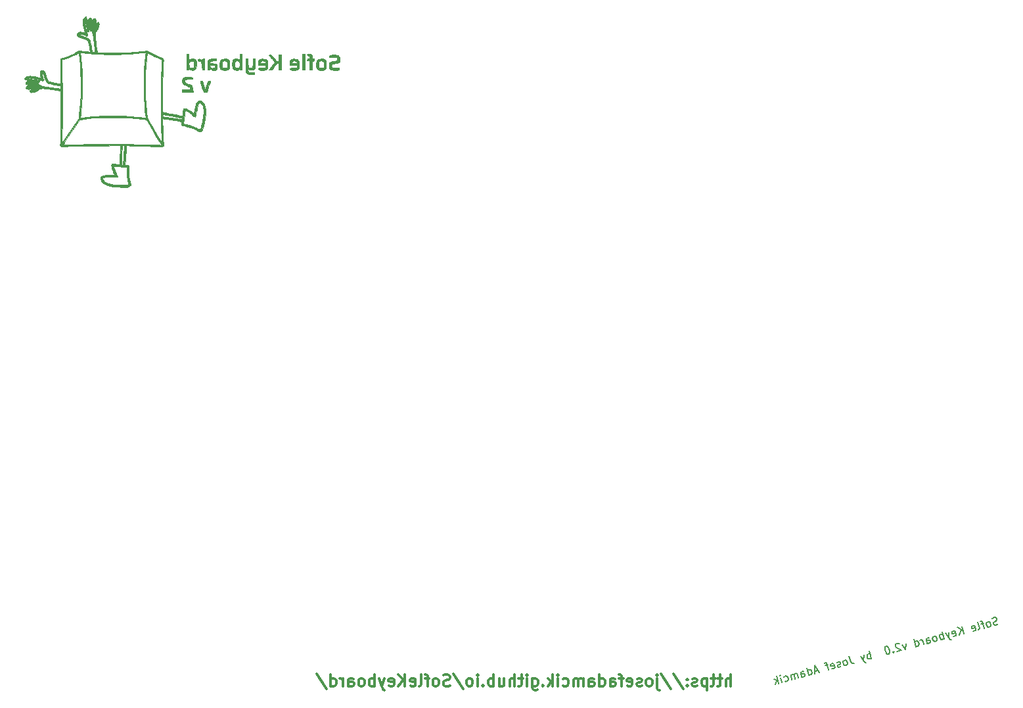
<source format=gbr>
G04 #@! TF.GenerationSoftware,KiCad,Pcbnew,5.1.5-52549c5~86~ubuntu19.10.1*
G04 #@! TF.CreationDate,2020-05-05T19:49:36+02:00*
G04 #@! TF.ProjectId,bottom_plate,626f7474-6f6d-45f7-906c-6174652e6b69,rev?*
G04 #@! TF.SameCoordinates,Original*
G04 #@! TF.FileFunction,Legend,Bot*
G04 #@! TF.FilePolarity,Positive*
%FSLAX46Y46*%
G04 Gerber Fmt 4.6, Leading zero omitted, Abs format (unit mm)*
G04 Created by KiCad (PCBNEW 5.1.5-52549c5~86~ubuntu19.10.1) date 2020-05-05 19:49:36*
%MOMM*%
%LPD*%
G04 APERTURE LIST*
%ADD10C,0.300000*%
%ADD11C,0.150000*%
%ADD12C,0.010000*%
G04 APERTURE END LIST*
D10*
X145221428Y-140278571D02*
X145221428Y-138778571D01*
X144578571Y-140278571D02*
X144578571Y-139492857D01*
X144650000Y-139350000D01*
X144792857Y-139278571D01*
X145007142Y-139278571D01*
X145150000Y-139350000D01*
X145221428Y-139421428D01*
X144078571Y-139278571D02*
X143507142Y-139278571D01*
X143864285Y-138778571D02*
X143864285Y-140064285D01*
X143792857Y-140207142D01*
X143650000Y-140278571D01*
X143507142Y-140278571D01*
X143221428Y-139278571D02*
X142650000Y-139278571D01*
X143007142Y-138778571D02*
X143007142Y-140064285D01*
X142935714Y-140207142D01*
X142792857Y-140278571D01*
X142650000Y-140278571D01*
X142150000Y-139278571D02*
X142150000Y-140778571D01*
X142150000Y-139350000D02*
X142007142Y-139278571D01*
X141721428Y-139278571D01*
X141578571Y-139350000D01*
X141507142Y-139421428D01*
X141435714Y-139564285D01*
X141435714Y-139992857D01*
X141507142Y-140135714D01*
X141578571Y-140207142D01*
X141721428Y-140278571D01*
X142007142Y-140278571D01*
X142150000Y-140207142D01*
X140864285Y-140207142D02*
X140721428Y-140278571D01*
X140435714Y-140278571D01*
X140292857Y-140207142D01*
X140221428Y-140064285D01*
X140221428Y-139992857D01*
X140292857Y-139850000D01*
X140435714Y-139778571D01*
X140650000Y-139778571D01*
X140792857Y-139707142D01*
X140864285Y-139564285D01*
X140864285Y-139492857D01*
X140792857Y-139350000D01*
X140650000Y-139278571D01*
X140435714Y-139278571D01*
X140292857Y-139350000D01*
X139578571Y-140135714D02*
X139507142Y-140207142D01*
X139578571Y-140278571D01*
X139650000Y-140207142D01*
X139578571Y-140135714D01*
X139578571Y-140278571D01*
X139578571Y-139350000D02*
X139507142Y-139421428D01*
X139578571Y-139492857D01*
X139650000Y-139421428D01*
X139578571Y-139350000D01*
X139578571Y-139492857D01*
X137792857Y-138707142D02*
X139078571Y-140635714D01*
X136221428Y-138707142D02*
X137507142Y-140635714D01*
X135721428Y-139278571D02*
X135721428Y-140564285D01*
X135792857Y-140707142D01*
X135935714Y-140778571D01*
X136007142Y-140778571D01*
X135721428Y-138778571D02*
X135792857Y-138850000D01*
X135721428Y-138921428D01*
X135650000Y-138850000D01*
X135721428Y-138778571D01*
X135721428Y-138921428D01*
X134792857Y-140278571D02*
X134935714Y-140207142D01*
X135007142Y-140135714D01*
X135078571Y-139992857D01*
X135078571Y-139564285D01*
X135007142Y-139421428D01*
X134935714Y-139350000D01*
X134792857Y-139278571D01*
X134578571Y-139278571D01*
X134435714Y-139350000D01*
X134364285Y-139421428D01*
X134292857Y-139564285D01*
X134292857Y-139992857D01*
X134364285Y-140135714D01*
X134435714Y-140207142D01*
X134578571Y-140278571D01*
X134792857Y-140278571D01*
X133721428Y-140207142D02*
X133578571Y-140278571D01*
X133292857Y-140278571D01*
X133149999Y-140207142D01*
X133078571Y-140064285D01*
X133078571Y-139992857D01*
X133149999Y-139850000D01*
X133292857Y-139778571D01*
X133507142Y-139778571D01*
X133649999Y-139707142D01*
X133721428Y-139564285D01*
X133721428Y-139492857D01*
X133649999Y-139350000D01*
X133507142Y-139278571D01*
X133292857Y-139278571D01*
X133149999Y-139350000D01*
X131864285Y-140207142D02*
X132007142Y-140278571D01*
X132292857Y-140278571D01*
X132435714Y-140207142D01*
X132507142Y-140064285D01*
X132507142Y-139492857D01*
X132435714Y-139350000D01*
X132292857Y-139278571D01*
X132007142Y-139278571D01*
X131864285Y-139350000D01*
X131792857Y-139492857D01*
X131792857Y-139635714D01*
X132507142Y-139778571D01*
X131364285Y-139278571D02*
X130792857Y-139278571D01*
X131149999Y-140278571D02*
X131149999Y-138992857D01*
X131078571Y-138850000D01*
X130935714Y-138778571D01*
X130792857Y-138778571D01*
X129649999Y-140278571D02*
X129649999Y-139492857D01*
X129721428Y-139350000D01*
X129864285Y-139278571D01*
X130149999Y-139278571D01*
X130292857Y-139350000D01*
X129649999Y-140207142D02*
X129792857Y-140278571D01*
X130149999Y-140278571D01*
X130292857Y-140207142D01*
X130364285Y-140064285D01*
X130364285Y-139921428D01*
X130292857Y-139778571D01*
X130149999Y-139707142D01*
X129792857Y-139707142D01*
X129649999Y-139635714D01*
X128292857Y-140278571D02*
X128292857Y-138778571D01*
X128292857Y-140207142D02*
X128435714Y-140278571D01*
X128721428Y-140278571D01*
X128864285Y-140207142D01*
X128935714Y-140135714D01*
X129007142Y-139992857D01*
X129007142Y-139564285D01*
X128935714Y-139421428D01*
X128864285Y-139350000D01*
X128721428Y-139278571D01*
X128435714Y-139278571D01*
X128292857Y-139350000D01*
X126935714Y-140278571D02*
X126935714Y-139492857D01*
X127007142Y-139350000D01*
X127149999Y-139278571D01*
X127435714Y-139278571D01*
X127578571Y-139350000D01*
X126935714Y-140207142D02*
X127078571Y-140278571D01*
X127435714Y-140278571D01*
X127578571Y-140207142D01*
X127649999Y-140064285D01*
X127649999Y-139921428D01*
X127578571Y-139778571D01*
X127435714Y-139707142D01*
X127078571Y-139707142D01*
X126935714Y-139635714D01*
X126221428Y-140278571D02*
X126221428Y-139278571D01*
X126221428Y-139421428D02*
X126149999Y-139350000D01*
X126007142Y-139278571D01*
X125792857Y-139278571D01*
X125649999Y-139350000D01*
X125578571Y-139492857D01*
X125578571Y-140278571D01*
X125578571Y-139492857D02*
X125507142Y-139350000D01*
X125364285Y-139278571D01*
X125149999Y-139278571D01*
X125007142Y-139350000D01*
X124935714Y-139492857D01*
X124935714Y-140278571D01*
X123578571Y-140207142D02*
X123721428Y-140278571D01*
X124007142Y-140278571D01*
X124149999Y-140207142D01*
X124221428Y-140135714D01*
X124292857Y-139992857D01*
X124292857Y-139564285D01*
X124221428Y-139421428D01*
X124149999Y-139350000D01*
X124007142Y-139278571D01*
X123721428Y-139278571D01*
X123578571Y-139350000D01*
X122935714Y-140278571D02*
X122935714Y-139278571D01*
X122935714Y-138778571D02*
X123007142Y-138850000D01*
X122935714Y-138921428D01*
X122864285Y-138850000D01*
X122935714Y-138778571D01*
X122935714Y-138921428D01*
X122221428Y-140278571D02*
X122221428Y-138778571D01*
X122078571Y-139707142D02*
X121649999Y-140278571D01*
X121649999Y-139278571D02*
X122221428Y-139850000D01*
X121007142Y-140135714D02*
X120935714Y-140207142D01*
X121007142Y-140278571D01*
X121078571Y-140207142D01*
X121007142Y-140135714D01*
X121007142Y-140278571D01*
X119649999Y-139278571D02*
X119649999Y-140492857D01*
X119721428Y-140635714D01*
X119792857Y-140707142D01*
X119935714Y-140778571D01*
X120149999Y-140778571D01*
X120292857Y-140707142D01*
X119649999Y-140207142D02*
X119792857Y-140278571D01*
X120078571Y-140278571D01*
X120221428Y-140207142D01*
X120292857Y-140135714D01*
X120364285Y-139992857D01*
X120364285Y-139564285D01*
X120292857Y-139421428D01*
X120221428Y-139350000D01*
X120078571Y-139278571D01*
X119792857Y-139278571D01*
X119649999Y-139350000D01*
X118935714Y-140278571D02*
X118935714Y-139278571D01*
X118935714Y-138778571D02*
X119007142Y-138850000D01*
X118935714Y-138921428D01*
X118864285Y-138850000D01*
X118935714Y-138778571D01*
X118935714Y-138921428D01*
X118435714Y-139278571D02*
X117864285Y-139278571D01*
X118221428Y-138778571D02*
X118221428Y-140064285D01*
X118149999Y-140207142D01*
X118007142Y-140278571D01*
X117864285Y-140278571D01*
X117364285Y-140278571D02*
X117364285Y-138778571D01*
X116721428Y-140278571D02*
X116721428Y-139492857D01*
X116792857Y-139350000D01*
X116935714Y-139278571D01*
X117149999Y-139278571D01*
X117292857Y-139350000D01*
X117364285Y-139421428D01*
X115364285Y-139278571D02*
X115364285Y-140278571D01*
X116007142Y-139278571D02*
X116007142Y-140064285D01*
X115935714Y-140207142D01*
X115792857Y-140278571D01*
X115578571Y-140278571D01*
X115435714Y-140207142D01*
X115364285Y-140135714D01*
X114649999Y-140278571D02*
X114649999Y-138778571D01*
X114649999Y-139350000D02*
X114507142Y-139278571D01*
X114221428Y-139278571D01*
X114078571Y-139350000D01*
X114007142Y-139421428D01*
X113935714Y-139564285D01*
X113935714Y-139992857D01*
X114007142Y-140135714D01*
X114078571Y-140207142D01*
X114221428Y-140278571D01*
X114507142Y-140278571D01*
X114649999Y-140207142D01*
X113292857Y-140135714D02*
X113221428Y-140207142D01*
X113292857Y-140278571D01*
X113364285Y-140207142D01*
X113292857Y-140135714D01*
X113292857Y-140278571D01*
X112578571Y-140278571D02*
X112578571Y-139278571D01*
X112578571Y-138778571D02*
X112649999Y-138850000D01*
X112578571Y-138921428D01*
X112507142Y-138850000D01*
X112578571Y-138778571D01*
X112578571Y-138921428D01*
X111649999Y-140278571D02*
X111792857Y-140207142D01*
X111864285Y-140135714D01*
X111935714Y-139992857D01*
X111935714Y-139564285D01*
X111864285Y-139421428D01*
X111792857Y-139350000D01*
X111649999Y-139278571D01*
X111435714Y-139278571D01*
X111292857Y-139350000D01*
X111221428Y-139421428D01*
X111149999Y-139564285D01*
X111149999Y-139992857D01*
X111221428Y-140135714D01*
X111292857Y-140207142D01*
X111435714Y-140278571D01*
X111649999Y-140278571D01*
X109435714Y-138707142D02*
X110721428Y-140635714D01*
X109007142Y-140207142D02*
X108792857Y-140278571D01*
X108435714Y-140278571D01*
X108292857Y-140207142D01*
X108221428Y-140135714D01*
X108149999Y-139992857D01*
X108149999Y-139850000D01*
X108221428Y-139707142D01*
X108292857Y-139635714D01*
X108435714Y-139564285D01*
X108721428Y-139492857D01*
X108864285Y-139421428D01*
X108935714Y-139350000D01*
X109007142Y-139207142D01*
X109007142Y-139064285D01*
X108935714Y-138921428D01*
X108864285Y-138850000D01*
X108721428Y-138778571D01*
X108364285Y-138778571D01*
X108149999Y-138850000D01*
X107292857Y-140278571D02*
X107435714Y-140207142D01*
X107507142Y-140135714D01*
X107578571Y-139992857D01*
X107578571Y-139564285D01*
X107507142Y-139421428D01*
X107435714Y-139350000D01*
X107292857Y-139278571D01*
X107078571Y-139278571D01*
X106935714Y-139350000D01*
X106864285Y-139421428D01*
X106792857Y-139564285D01*
X106792857Y-139992857D01*
X106864285Y-140135714D01*
X106935714Y-140207142D01*
X107078571Y-140278571D01*
X107292857Y-140278571D01*
X106364285Y-139278571D02*
X105792857Y-139278571D01*
X106149999Y-140278571D02*
X106149999Y-138992857D01*
X106078571Y-138850000D01*
X105935714Y-138778571D01*
X105792857Y-138778571D01*
X105078571Y-140278571D02*
X105221428Y-140207142D01*
X105292857Y-140064285D01*
X105292857Y-138778571D01*
X103935714Y-140207142D02*
X104078571Y-140278571D01*
X104364285Y-140278571D01*
X104507142Y-140207142D01*
X104578571Y-140064285D01*
X104578571Y-139492857D01*
X104507142Y-139350000D01*
X104364285Y-139278571D01*
X104078571Y-139278571D01*
X103935714Y-139350000D01*
X103864285Y-139492857D01*
X103864285Y-139635714D01*
X104578571Y-139778571D01*
X103221428Y-140278571D02*
X103221428Y-138778571D01*
X102364285Y-140278571D02*
X103007142Y-139421428D01*
X102364285Y-138778571D02*
X103221428Y-139635714D01*
X101149999Y-140207142D02*
X101292857Y-140278571D01*
X101578571Y-140278571D01*
X101721428Y-140207142D01*
X101792857Y-140064285D01*
X101792857Y-139492857D01*
X101721428Y-139350000D01*
X101578571Y-139278571D01*
X101292857Y-139278571D01*
X101149999Y-139350000D01*
X101078571Y-139492857D01*
X101078571Y-139635714D01*
X101792857Y-139778571D01*
X100578571Y-139278571D02*
X100221428Y-140278571D01*
X99864285Y-139278571D02*
X100221428Y-140278571D01*
X100364285Y-140635714D01*
X100435714Y-140707142D01*
X100578571Y-140778571D01*
X99292857Y-140278571D02*
X99292857Y-138778571D01*
X99292857Y-139350000D02*
X99149999Y-139278571D01*
X98864285Y-139278571D01*
X98721428Y-139350000D01*
X98649999Y-139421428D01*
X98578571Y-139564285D01*
X98578571Y-139992857D01*
X98649999Y-140135714D01*
X98721428Y-140207142D01*
X98864285Y-140278571D01*
X99149999Y-140278571D01*
X99292857Y-140207142D01*
X97721428Y-140278571D02*
X97864285Y-140207142D01*
X97935714Y-140135714D01*
X98007142Y-139992857D01*
X98007142Y-139564285D01*
X97935714Y-139421428D01*
X97864285Y-139350000D01*
X97721428Y-139278571D01*
X97507142Y-139278571D01*
X97364285Y-139350000D01*
X97292857Y-139421428D01*
X97221428Y-139564285D01*
X97221428Y-139992857D01*
X97292857Y-140135714D01*
X97364285Y-140207142D01*
X97507142Y-140278571D01*
X97721428Y-140278571D01*
X95935714Y-140278571D02*
X95935714Y-139492857D01*
X96007142Y-139350000D01*
X96149999Y-139278571D01*
X96435714Y-139278571D01*
X96578571Y-139350000D01*
X95935714Y-140207142D02*
X96078571Y-140278571D01*
X96435714Y-140278571D01*
X96578571Y-140207142D01*
X96649999Y-140064285D01*
X96649999Y-139921428D01*
X96578571Y-139778571D01*
X96435714Y-139707142D01*
X96078571Y-139707142D01*
X95935714Y-139635714D01*
X95221428Y-140278571D02*
X95221428Y-139278571D01*
X95221428Y-139564285D02*
X95149999Y-139421428D01*
X95078571Y-139350000D01*
X94935714Y-139278571D01*
X94792857Y-139278571D01*
X93649999Y-140278571D02*
X93649999Y-138778571D01*
X93649999Y-140207142D02*
X93792857Y-140278571D01*
X94078571Y-140278571D01*
X94221428Y-140207142D01*
X94292857Y-140135714D01*
X94364285Y-139992857D01*
X94364285Y-139564285D01*
X94292857Y-139421428D01*
X94221428Y-139350000D01*
X94078571Y-139278571D01*
X93792857Y-139278571D01*
X93649999Y-139350000D01*
X91864285Y-138707142D02*
X93149999Y-140635714D01*
D11*
X179655658Y-132295658D02*
X179529993Y-132378629D01*
X179300011Y-132440252D01*
X179195693Y-132418905D01*
X179137372Y-132385233D01*
X179066726Y-132305565D01*
X179042076Y-132213572D01*
X179063423Y-132109255D01*
X179097095Y-132050933D01*
X179176763Y-131980287D01*
X179348425Y-131884992D01*
X179428093Y-131814346D01*
X179461765Y-131756025D01*
X179483112Y-131651707D01*
X179458462Y-131559714D01*
X179387816Y-131480046D01*
X179329495Y-131446374D01*
X179225177Y-131425027D01*
X178995195Y-131486651D01*
X178869530Y-131569622D01*
X178564067Y-132637448D02*
X178643735Y-132566802D01*
X178677407Y-132508481D01*
X178698754Y-132404163D01*
X178624806Y-132128184D01*
X178554160Y-132048516D01*
X178495839Y-132014844D01*
X178391521Y-131993497D01*
X178253532Y-132030471D01*
X178173863Y-132101117D01*
X178140192Y-132159438D01*
X178118845Y-132263756D01*
X178192793Y-132539735D01*
X178263439Y-132619403D01*
X178321760Y-132653075D01*
X178426078Y-132674422D01*
X178564067Y-132637448D01*
X177793567Y-132153718D02*
X177425595Y-132252316D01*
X177828124Y-132834643D02*
X177606279Y-132006707D01*
X177535633Y-131927038D01*
X177431315Y-131905691D01*
X177339322Y-131930341D01*
X177138177Y-133019514D02*
X177217845Y-132948868D01*
X177239192Y-132844550D01*
X177017347Y-132016614D01*
X176389908Y-133170713D02*
X176494226Y-133192060D01*
X176678212Y-133142761D01*
X176757880Y-133072115D01*
X176779227Y-132967797D01*
X176680629Y-132599826D01*
X176609984Y-132520157D01*
X176505666Y-132498810D01*
X176321680Y-132548109D01*
X176242012Y-132618755D01*
X176220665Y-132723073D01*
X176245314Y-132815066D01*
X176729928Y-132783812D01*
X175206325Y-133537152D02*
X174947506Y-132571226D01*
X174654367Y-133685049D02*
X174920439Y-133022168D01*
X174395548Y-132719123D02*
X175095402Y-133123184D01*
X173860103Y-133848572D02*
X173964420Y-133869919D01*
X174148406Y-133820620D01*
X174228074Y-133749974D01*
X174249421Y-133645657D01*
X174150824Y-133277685D01*
X174080178Y-133198017D01*
X173975860Y-133176670D01*
X173791874Y-133225969D01*
X173712206Y-133296615D01*
X173690859Y-133400932D01*
X173715508Y-133492925D01*
X174200123Y-133461671D01*
X173331910Y-133349216D02*
X173274473Y-134054790D01*
X172871945Y-133472463D02*
X173274473Y-134054790D01*
X173428090Y-134260123D01*
X173486411Y-134293795D01*
X173590729Y-134315142D01*
X172676519Y-134215011D02*
X172417700Y-133249085D01*
X172516298Y-133617057D02*
X172411980Y-133595710D01*
X172227994Y-133645009D01*
X172148326Y-133715655D01*
X172114654Y-133773976D01*
X172093307Y-133878294D01*
X172167256Y-134154273D01*
X172237902Y-134233941D01*
X172296223Y-134267613D01*
X172400540Y-134288960D01*
X172584526Y-134239661D01*
X172664194Y-134169015D01*
X171664597Y-134486155D02*
X171744265Y-134415509D01*
X171777937Y-134357188D01*
X171799284Y-134252870D01*
X171725336Y-133976892D01*
X171654690Y-133897223D01*
X171596369Y-133863552D01*
X171492051Y-133842205D01*
X171354061Y-133879179D01*
X171274393Y-133949825D01*
X171240721Y-134008146D01*
X171219374Y-134112463D01*
X171293323Y-134388442D01*
X171363969Y-134468110D01*
X171422290Y-134501782D01*
X171526607Y-134523129D01*
X171664597Y-134486155D01*
X170514685Y-134794273D02*
X170379113Y-134288312D01*
X170400460Y-134183994D01*
X170480129Y-134113348D01*
X170664114Y-134064049D01*
X170768432Y-134085396D01*
X170502360Y-134748277D02*
X170606678Y-134769624D01*
X170836660Y-134708000D01*
X170916329Y-134637354D01*
X170937676Y-134533036D01*
X170913026Y-134441043D01*
X170842380Y-134361375D01*
X170738063Y-134340028D01*
X170508080Y-134401652D01*
X170403763Y-134380305D01*
X170054721Y-134917520D02*
X169882174Y-134273570D01*
X169931473Y-134457555D02*
X169860827Y-134377887D01*
X169802506Y-134344216D01*
X169698189Y-134322868D01*
X169606196Y-134347518D01*
X169042798Y-135188664D02*
X168783979Y-134222738D01*
X169030473Y-135142667D02*
X169134791Y-135164014D01*
X169318777Y-135114716D01*
X169398445Y-135044070D01*
X169432117Y-134985749D01*
X169453464Y-134881431D01*
X169379516Y-134605452D01*
X169308870Y-134525784D01*
X169250549Y-134492112D01*
X169146231Y-134470765D01*
X168962245Y-134520064D01*
X168882577Y-134590710D01*
X167766337Y-134840507D02*
X167708901Y-135546081D01*
X167306372Y-134963754D01*
X166922773Y-134820044D02*
X166864452Y-134786373D01*
X166760135Y-134765026D01*
X166530152Y-134826649D01*
X166450484Y-134897295D01*
X166416812Y-134955616D01*
X166395465Y-135059934D01*
X166420115Y-135151927D01*
X166503085Y-135277592D01*
X167202939Y-135681653D01*
X166604985Y-135841874D01*
X166166368Y-135860803D02*
X166132696Y-135919125D01*
X166191017Y-135952796D01*
X166224689Y-135894475D01*
X166166368Y-135860803D01*
X166191017Y-135952796D01*
X165288248Y-135159417D02*
X165196255Y-135184066D01*
X165116586Y-135254712D01*
X165082915Y-135313033D01*
X165061568Y-135417351D01*
X165064870Y-135613661D01*
X165126494Y-135843644D01*
X165221789Y-136015305D01*
X165292435Y-136094973D01*
X165350756Y-136128645D01*
X165455074Y-136149992D01*
X165547067Y-136125342D01*
X165626735Y-136054696D01*
X165660407Y-135996375D01*
X165681754Y-135892058D01*
X165678451Y-135695747D01*
X165616828Y-135465765D01*
X165521532Y-135294104D01*
X165450886Y-135214435D01*
X165392565Y-135180764D01*
X165288248Y-135159417D01*
X163339236Y-136716929D02*
X163080417Y-135751003D01*
X163179015Y-136118975D02*
X163074697Y-136097628D01*
X162890711Y-136146926D01*
X162811043Y-136217572D01*
X162777371Y-136275894D01*
X162756024Y-136380211D01*
X162829973Y-136656190D01*
X162900619Y-136735858D01*
X162958940Y-136769530D01*
X163063257Y-136790877D01*
X163247243Y-136741578D01*
X163326911Y-136670932D01*
X162384750Y-136282498D02*
X162327314Y-136988073D01*
X161924786Y-136405746D02*
X162327314Y-136988073D01*
X162480930Y-137193405D01*
X162539252Y-137227077D01*
X162643569Y-137248424D01*
X160458618Y-136453512D02*
X160643489Y-137143459D01*
X160726460Y-137269123D01*
X160843102Y-137336467D01*
X160993416Y-137345489D01*
X161085409Y-137320840D01*
X160119483Y-137579659D02*
X160199152Y-137509013D01*
X160232823Y-137450692D01*
X160254170Y-137346374D01*
X160180222Y-137070395D01*
X160109576Y-136990727D01*
X160051255Y-136957055D01*
X159946937Y-136935708D01*
X159808948Y-136972683D01*
X159729280Y-137043328D01*
X159695608Y-137101650D01*
X159674261Y-137205967D01*
X159748209Y-137481946D01*
X159818855Y-137561614D01*
X159877176Y-137595286D01*
X159981494Y-137616633D01*
X160119483Y-137579659D01*
X159417212Y-137718533D02*
X159337543Y-137789179D01*
X159153558Y-137838478D01*
X159049240Y-137817131D01*
X158978594Y-137737463D01*
X158966269Y-137691466D01*
X158987616Y-137587149D01*
X159067285Y-137516503D01*
X159205274Y-137479529D01*
X159284942Y-137408883D01*
X159306289Y-137304565D01*
X159293965Y-137258569D01*
X159223319Y-137178900D01*
X159119001Y-137157553D01*
X158981012Y-137194527D01*
X158901343Y-137265173D01*
X158221304Y-138038976D02*
X158325621Y-138060323D01*
X158509607Y-138011024D01*
X158589275Y-137940378D01*
X158610622Y-137836060D01*
X158512025Y-137468089D01*
X158441379Y-137388420D01*
X158337061Y-137367073D01*
X158153075Y-137416372D01*
X158073407Y-137487018D01*
X158052060Y-137591336D01*
X158076709Y-137683329D01*
X158561323Y-137652075D01*
X157739107Y-137527295D02*
X157371135Y-137625892D01*
X157773664Y-138208219D02*
X157551819Y-137380283D01*
X157481173Y-137300615D01*
X157376855Y-137279268D01*
X157284862Y-137303917D01*
X156457811Y-138265008D02*
X155997846Y-138388255D01*
X156623752Y-138516337D02*
X156042958Y-137636685D01*
X155979801Y-138688883D01*
X155243858Y-138886079D02*
X154985039Y-137920153D01*
X155231533Y-138840082D02*
X155335851Y-138861429D01*
X155519837Y-138812131D01*
X155599505Y-138741485D01*
X155633177Y-138683163D01*
X155654524Y-138578846D01*
X155580575Y-138302867D01*
X155509929Y-138223199D01*
X155451608Y-138189527D01*
X155347291Y-138168180D01*
X155163305Y-138217479D01*
X155083637Y-138288125D01*
X154369925Y-139120248D02*
X154234353Y-138614287D01*
X154255700Y-138509970D01*
X154335368Y-138439324D01*
X154519354Y-138390025D01*
X154623672Y-138411372D01*
X154357600Y-139074252D02*
X154461918Y-139095599D01*
X154691900Y-139033975D01*
X154771568Y-138963330D01*
X154792915Y-138859012D01*
X154768266Y-138767019D01*
X154697620Y-138687351D01*
X154593302Y-138666004D01*
X154363320Y-138727627D01*
X154259002Y-138706280D01*
X153909960Y-139243496D02*
X153737414Y-138599545D01*
X153762064Y-138691538D02*
X153703742Y-138657866D01*
X153599425Y-138636519D01*
X153461435Y-138673493D01*
X153381767Y-138744139D01*
X153360420Y-138848457D01*
X153495992Y-139354418D01*
X153360420Y-138848457D02*
X153289774Y-138768789D01*
X153185457Y-138747442D01*
X153047467Y-138784416D01*
X152967799Y-138855062D01*
X152946452Y-138959379D01*
X153082024Y-139465341D01*
X152195766Y-139653514D02*
X152300084Y-139674861D01*
X152484070Y-139625562D01*
X152563738Y-139554916D01*
X152597410Y-139496595D01*
X152618757Y-139392277D01*
X152544808Y-139116298D01*
X152474163Y-139036630D01*
X152415841Y-139002958D01*
X152311524Y-138981611D01*
X152127538Y-139030910D01*
X152047870Y-139101556D01*
X151794123Y-139810433D02*
X151621577Y-139166482D01*
X151535304Y-138844507D02*
X151593625Y-138878179D01*
X151559953Y-138936500D01*
X151501632Y-138902828D01*
X151535304Y-138844507D01*
X151559953Y-138936500D01*
X151334158Y-139933680D02*
X151075339Y-138967754D01*
X151143567Y-139590357D02*
X150966186Y-140032277D01*
X150793640Y-139388327D02*
X151260210Y-139657701D01*
D12*
G36*
X77108223Y-59493848D02*
G01*
X77067370Y-59529647D01*
X77059667Y-59610410D01*
X77059667Y-59734154D01*
X76935923Y-59610410D01*
X76791329Y-59508724D01*
X76681923Y-59486667D01*
X76593329Y-59495097D01*
X76557861Y-59537798D01*
X76551667Y-59629423D01*
X76558746Y-59722171D01*
X76596071Y-59768850D01*
X76687776Y-59793751D01*
X76720276Y-59799141D01*
X76833890Y-59828361D01*
X76915827Y-59882669D01*
X76972376Y-59975141D01*
X77009827Y-60118854D01*
X77034470Y-60326887D01*
X77044876Y-60473982D01*
X77072533Y-60926000D01*
X77356000Y-60926000D01*
X77356000Y-59486667D01*
X77207833Y-59486667D01*
X77108223Y-59493848D01*
G37*
X77108223Y-59493848D02*
X77067370Y-59529647D01*
X77059667Y-59610410D01*
X77059667Y-59734154D01*
X76935923Y-59610410D01*
X76791329Y-59508724D01*
X76681923Y-59486667D01*
X76593329Y-59495097D01*
X76557861Y-59537798D01*
X76551667Y-59629423D01*
X76558746Y-59722171D01*
X76596071Y-59768850D01*
X76687776Y-59793751D01*
X76720276Y-59799141D01*
X76833890Y-59828361D01*
X76915827Y-59882669D01*
X76972376Y-59975141D01*
X77009827Y-60118854D01*
X77034470Y-60326887D01*
X77044876Y-60473982D01*
X77072533Y-60926000D01*
X77356000Y-60926000D01*
X77356000Y-59486667D01*
X77207833Y-59486667D01*
X77108223Y-59493848D01*
G36*
X86923333Y-59783000D02*
G01*
X86784752Y-59783000D01*
X86720825Y-59776957D01*
X86661408Y-59751321D01*
X86593910Y-59694830D01*
X86505740Y-59596223D01*
X86384305Y-59444237D01*
X86335083Y-59380834D01*
X86202047Y-59210650D01*
X86106701Y-59096766D01*
X86035724Y-59027907D01*
X85975792Y-58992799D01*
X85913585Y-58980170D01*
X85859831Y-58978667D01*
X85755661Y-58982441D01*
X85699070Y-58991833D01*
X85695667Y-58995175D01*
X85720293Y-59032674D01*
X85787825Y-59124040D01*
X85888738Y-59256657D01*
X86013511Y-59417911D01*
X86051709Y-59466837D01*
X86407752Y-59921990D01*
X86051709Y-60403171D01*
X85923967Y-60577204D01*
X85816536Y-60726223D01*
X85738464Y-60837468D01*
X85698801Y-60898181D01*
X85695667Y-60905176D01*
X85733388Y-60917300D01*
X85828246Y-60923165D01*
X85875583Y-60923151D01*
X85952332Y-60919727D01*
X86013332Y-60904687D01*
X86071659Y-60866657D01*
X86140386Y-60794258D01*
X86232587Y-60676116D01*
X86361337Y-60500853D01*
X86362091Y-60499818D01*
X86494640Y-60321029D01*
X86591071Y-60200892D01*
X86663011Y-60128140D01*
X86722089Y-60091504D01*
X86779933Y-60079718D01*
X86796008Y-60079334D01*
X86923333Y-60079334D01*
X86923333Y-60926000D01*
X87262000Y-60926000D01*
X87262000Y-58978667D01*
X86923333Y-58978667D01*
X86923333Y-59783000D01*
G37*
X86923333Y-59783000D02*
X86784752Y-59783000D01*
X86720825Y-59776957D01*
X86661408Y-59751321D01*
X86593910Y-59694830D01*
X86505740Y-59596223D01*
X86384305Y-59444237D01*
X86335083Y-59380834D01*
X86202047Y-59210650D01*
X86106701Y-59096766D01*
X86035724Y-59027907D01*
X85975792Y-58992799D01*
X85913585Y-58980170D01*
X85859831Y-58978667D01*
X85755661Y-58982441D01*
X85699070Y-58991833D01*
X85695667Y-58995175D01*
X85720293Y-59032674D01*
X85787825Y-59124040D01*
X85888738Y-59256657D01*
X86013511Y-59417911D01*
X86051709Y-59466837D01*
X86407752Y-59921990D01*
X86051709Y-60403171D01*
X85923967Y-60577204D01*
X85816536Y-60726223D01*
X85738464Y-60837468D01*
X85698801Y-60898181D01*
X85695667Y-60905176D01*
X85733388Y-60917300D01*
X85828246Y-60923165D01*
X85875583Y-60923151D01*
X85952332Y-60919727D01*
X86013332Y-60904687D01*
X86071659Y-60866657D01*
X86140386Y-60794258D01*
X86232587Y-60676116D01*
X86361337Y-60500853D01*
X86362091Y-60499818D01*
X86494640Y-60321029D01*
X86591071Y-60200892D01*
X86663011Y-60128140D01*
X86722089Y-60091504D01*
X86779933Y-60079718D01*
X86796008Y-60079334D01*
X86923333Y-60079334D01*
X86923333Y-60926000D01*
X87262000Y-60926000D01*
X87262000Y-58978667D01*
X86923333Y-58978667D01*
X86923333Y-59783000D01*
G36*
X90013667Y-60926000D02*
G01*
X90310000Y-60926000D01*
X90310000Y-58851667D01*
X90013667Y-58851667D01*
X90013667Y-60926000D01*
G37*
X90013667Y-60926000D02*
X90310000Y-60926000D01*
X90310000Y-58851667D01*
X90013667Y-58851667D01*
X90013667Y-60926000D01*
G36*
X90693586Y-58855027D02*
G01*
X90630293Y-58872229D01*
X90608482Y-58913957D01*
X90606333Y-58957500D01*
X90625722Y-59040014D01*
X90693783Y-59063334D01*
X90837088Y-59090272D01*
X90919163Y-59174470D01*
X90945000Y-59318823D01*
X90940864Y-59426257D01*
X90912161Y-59473995D01*
X90834450Y-59486263D01*
X90775667Y-59486667D01*
X90667089Y-59491682D01*
X90618822Y-59518859D01*
X90606601Y-59586396D01*
X90606333Y-59613667D01*
X90613020Y-59695100D01*
X90649257Y-59731301D01*
X90739306Y-59740466D01*
X90775667Y-59740667D01*
X90945000Y-59740667D01*
X90945000Y-60926000D01*
X91238944Y-60926000D01*
X91262500Y-59761834D01*
X91400083Y-59748568D01*
X91495528Y-59729350D01*
X91532534Y-59679994D01*
X91537667Y-59610985D01*
X91529129Y-59527417D01*
X91486442Y-59493143D01*
X91389500Y-59486667D01*
X91241333Y-59486667D01*
X91241333Y-59273076D01*
X91216000Y-59077106D01*
X91136547Y-58945048D01*
X90997799Y-58871723D01*
X90819924Y-58851667D01*
X90693586Y-58855027D01*
G37*
X90693586Y-58855027D02*
X90630293Y-58872229D01*
X90608482Y-58913957D01*
X90606333Y-58957500D01*
X90625722Y-59040014D01*
X90693783Y-59063334D01*
X90837088Y-59090272D01*
X90919163Y-59174470D01*
X90945000Y-59318823D01*
X90940864Y-59426257D01*
X90912161Y-59473995D01*
X90834450Y-59486263D01*
X90775667Y-59486667D01*
X90667089Y-59491682D01*
X90618822Y-59518859D01*
X90606601Y-59586396D01*
X90606333Y-59613667D01*
X90613020Y-59695100D01*
X90649257Y-59731301D01*
X90739306Y-59740466D01*
X90775667Y-59740667D01*
X90945000Y-59740667D01*
X90945000Y-60926000D01*
X91238944Y-60926000D01*
X91262500Y-59761834D01*
X91400083Y-59748568D01*
X91495528Y-59729350D01*
X91532534Y-59679994D01*
X91537667Y-59610985D01*
X91529129Y-59527417D01*
X91486442Y-59493143D01*
X91389500Y-59486667D01*
X91241333Y-59486667D01*
X91241333Y-59273076D01*
X91216000Y-59077106D01*
X91136547Y-58945048D01*
X90997799Y-58871723D01*
X90819924Y-58851667D01*
X90693586Y-58855027D01*
G36*
X75070000Y-60926000D02*
G01*
X75200963Y-60926000D01*
X75307527Y-60906540D01*
X75353044Y-60845247D01*
X75372346Y-60790588D01*
X75403374Y-60796420D01*
X75454914Y-60845247D01*
X75554337Y-60907429D01*
X75638038Y-60926000D01*
X75742177Y-60932680D01*
X75796788Y-60942753D01*
X75875102Y-60945179D01*
X75986505Y-60927917D01*
X75990489Y-60926986D01*
X76131443Y-60878311D01*
X76219602Y-60799420D01*
X76277355Y-60666822D01*
X76292964Y-60609641D01*
X76333005Y-60366907D01*
X76337472Y-60119344D01*
X76336847Y-60114281D01*
X76037972Y-60114281D01*
X76037047Y-60288990D01*
X76013955Y-60450003D01*
X75971785Y-60570863D01*
X75936317Y-60614844D01*
X75820406Y-60659415D01*
X75670989Y-60669222D01*
X75531461Y-60644196D01*
X75474727Y-60615607D01*
X75421838Y-60534464D01*
X75384843Y-60395486D01*
X75367477Y-60224627D01*
X75373472Y-60047842D01*
X75383378Y-59980586D01*
X75445744Y-59846457D01*
X75564745Y-59767555D01*
X75728140Y-59749868D01*
X75822518Y-59765815D01*
X75932771Y-59808016D01*
X75990873Y-59881883D01*
X76013644Y-59952334D01*
X76037972Y-60114281D01*
X76336847Y-60114281D01*
X76308966Y-59888606D01*
X76250086Y-59696343D01*
X76167918Y-59568585D01*
X76059240Y-59509967D01*
X75903088Y-59483260D01*
X75730304Y-59488204D01*
X75571731Y-59524540D01*
X75477876Y-59574406D01*
X75366333Y-59662145D01*
X75366333Y-58851667D01*
X75070000Y-58851667D01*
X75070000Y-60926000D01*
G37*
X75070000Y-60926000D02*
X75200963Y-60926000D01*
X75307527Y-60906540D01*
X75353044Y-60845247D01*
X75372346Y-60790588D01*
X75403374Y-60796420D01*
X75454914Y-60845247D01*
X75554337Y-60907429D01*
X75638038Y-60926000D01*
X75742177Y-60932680D01*
X75796788Y-60942753D01*
X75875102Y-60945179D01*
X75986505Y-60927917D01*
X75990489Y-60926986D01*
X76131443Y-60878311D01*
X76219602Y-60799420D01*
X76277355Y-60666822D01*
X76292964Y-60609641D01*
X76333005Y-60366907D01*
X76337472Y-60119344D01*
X76336847Y-60114281D01*
X76037972Y-60114281D01*
X76037047Y-60288990D01*
X76013955Y-60450003D01*
X75971785Y-60570863D01*
X75936317Y-60614844D01*
X75820406Y-60659415D01*
X75670989Y-60669222D01*
X75531461Y-60644196D01*
X75474727Y-60615607D01*
X75421838Y-60534464D01*
X75384843Y-60395486D01*
X75367477Y-60224627D01*
X75373472Y-60047842D01*
X75383378Y-59980586D01*
X75445744Y-59846457D01*
X75564745Y-59767555D01*
X75728140Y-59749868D01*
X75822518Y-59765815D01*
X75932771Y-59808016D01*
X75990873Y-59881883D01*
X76013644Y-59952334D01*
X76037972Y-60114281D01*
X76336847Y-60114281D01*
X76308966Y-59888606D01*
X76250086Y-59696343D01*
X76167918Y-59568585D01*
X76059240Y-59509967D01*
X75903088Y-59483260D01*
X75730304Y-59488204D01*
X75571731Y-59524540D01*
X75477876Y-59574406D01*
X75366333Y-59662145D01*
X75366333Y-58851667D01*
X75070000Y-58851667D01*
X75070000Y-60926000D01*
G36*
X78278218Y-59488236D02*
G01*
X78141196Y-59495333D01*
X78049437Y-59511544D01*
X77983250Y-59540452D01*
X77922945Y-59585642D01*
X77919277Y-59588783D01*
X77873093Y-59630647D01*
X77840427Y-59673566D01*
X77818516Y-59732454D01*
X77804596Y-59822226D01*
X77795905Y-59957797D01*
X77789679Y-60154081D01*
X77785947Y-60308449D01*
X77771395Y-60926000D01*
X77923531Y-60926000D01*
X78026397Y-60917719D01*
X78069025Y-60883356D01*
X78075667Y-60833954D01*
X78075667Y-60741908D01*
X78170917Y-60828452D01*
X78293277Y-60896486D01*
X78462789Y-60937664D01*
X78644280Y-60944913D01*
X78710667Y-60937024D01*
X78867212Y-60874621D01*
X78965361Y-60751613D01*
X79005783Y-60567059D01*
X79007000Y-60521144D01*
X79003103Y-60456336D01*
X78706206Y-60456336D01*
X78703224Y-60506921D01*
X78681472Y-60609148D01*
X78625815Y-60657384D01*
X78562500Y-60673551D01*
X78375368Y-60682018D01*
X78225892Y-60638255D01*
X78131857Y-60547609D01*
X78129636Y-60543352D01*
X78077594Y-60420134D01*
X78079747Y-60344325D01*
X78145053Y-60305219D01*
X78282472Y-60292110D01*
X78340250Y-60291648D01*
X78522499Y-60298138D01*
X78634773Y-60322133D01*
X78691275Y-60372058D01*
X78706206Y-60456336D01*
X79003103Y-60456336D01*
X78996657Y-60349156D01*
X78957096Y-60230157D01*
X78875522Y-60153954D01*
X78739138Y-60110352D01*
X78535151Y-60089157D01*
X78460434Y-60085705D01*
X78278879Y-60077596D01*
X78165791Y-60067105D01*
X78105004Y-60049467D01*
X78080352Y-60019917D01*
X78075668Y-59973691D01*
X78075667Y-59972312D01*
X78092386Y-59869778D01*
X78150475Y-59801110D01*
X78261831Y-59760681D01*
X78438350Y-59742865D01*
X78565524Y-59740667D01*
X78922333Y-59740667D01*
X78922333Y-59486667D01*
X78480194Y-59486667D01*
X78278218Y-59488236D01*
G37*
X78278218Y-59488236D02*
X78141196Y-59495333D01*
X78049437Y-59511544D01*
X77983250Y-59540452D01*
X77922945Y-59585642D01*
X77919277Y-59588783D01*
X77873093Y-59630647D01*
X77840427Y-59673566D01*
X77818516Y-59732454D01*
X77804596Y-59822226D01*
X77795905Y-59957797D01*
X77789679Y-60154081D01*
X77785947Y-60308449D01*
X77771395Y-60926000D01*
X77923531Y-60926000D01*
X78026397Y-60917719D01*
X78069025Y-60883356D01*
X78075667Y-60833954D01*
X78075667Y-60741908D01*
X78170917Y-60828452D01*
X78293277Y-60896486D01*
X78462789Y-60937664D01*
X78644280Y-60944913D01*
X78710667Y-60937024D01*
X78867212Y-60874621D01*
X78965361Y-60751613D01*
X79005783Y-60567059D01*
X79007000Y-60521144D01*
X79003103Y-60456336D01*
X78706206Y-60456336D01*
X78703224Y-60506921D01*
X78681472Y-60609148D01*
X78625815Y-60657384D01*
X78562500Y-60673551D01*
X78375368Y-60682018D01*
X78225892Y-60638255D01*
X78131857Y-60547609D01*
X78129636Y-60543352D01*
X78077594Y-60420134D01*
X78079747Y-60344325D01*
X78145053Y-60305219D01*
X78282472Y-60292110D01*
X78340250Y-60291648D01*
X78522499Y-60298138D01*
X78634773Y-60322133D01*
X78691275Y-60372058D01*
X78706206Y-60456336D01*
X79003103Y-60456336D01*
X78996657Y-60349156D01*
X78957096Y-60230157D01*
X78875522Y-60153954D01*
X78739138Y-60110352D01*
X78535151Y-60089157D01*
X78460434Y-60085705D01*
X78278879Y-60077596D01*
X78165791Y-60067105D01*
X78105004Y-60049467D01*
X78080352Y-60019917D01*
X78075668Y-59973691D01*
X78075667Y-59972312D01*
X78092386Y-59869778D01*
X78150475Y-59801110D01*
X78261831Y-59760681D01*
X78438350Y-59742865D01*
X78565524Y-59740667D01*
X78922333Y-59740667D01*
X78922333Y-59486667D01*
X78480194Y-59486667D01*
X78278218Y-59488236D01*
G36*
X79761698Y-59493621D02*
G01*
X79588200Y-59522164D01*
X79470458Y-59583820D01*
X79397961Y-59690110D01*
X79360199Y-59852559D01*
X79346659Y-60082687D01*
X79345667Y-60205570D01*
X79351346Y-60459997D01*
X79370619Y-60642813D01*
X79406836Y-60766454D01*
X79463351Y-60843353D01*
X79527579Y-60880402D01*
X79676677Y-60917304D01*
X79870633Y-60939824D01*
X80070459Y-60945331D01*
X80237166Y-60931197D01*
X80248526Y-60929012D01*
X80381548Y-60882708D01*
X80492640Y-60813212D01*
X80502526Y-60803956D01*
X80541678Y-60758070D01*
X80567863Y-60702176D01*
X80583652Y-60619447D01*
X80591614Y-60493055D01*
X80594315Y-60306174D01*
X80594491Y-60206334D01*
X80319333Y-60206334D01*
X80314163Y-60410625D01*
X80291816Y-60544927D01*
X80242042Y-60623630D01*
X80154588Y-60661128D01*
X80019204Y-60671813D01*
X79987644Y-60672000D01*
X79845648Y-60663649D01*
X79735463Y-60642107D01*
X79692800Y-60621200D01*
X79666566Y-60552465D01*
X79649586Y-60424808D01*
X79641861Y-60263467D01*
X79643391Y-60093680D01*
X79654176Y-59940684D01*
X79674216Y-59829716D01*
X79692800Y-59791467D01*
X79760738Y-59763647D01*
X79882678Y-59745195D01*
X79987644Y-59740667D01*
X80133159Y-59747926D01*
X80228820Y-59779299D01*
X80284880Y-59849178D01*
X80311590Y-59971957D01*
X80319200Y-60162026D01*
X80319333Y-60206334D01*
X80594491Y-60206334D01*
X80594500Y-60201492D01*
X80593882Y-59986192D01*
X80589839Y-59838629D01*
X80579090Y-59741874D01*
X80558352Y-59678998D01*
X80524344Y-59633072D01*
X80475723Y-59588835D01*
X80406649Y-59537638D01*
X80330563Y-59506954D01*
X80223943Y-59491716D01*
X80063269Y-59486858D01*
X80001465Y-59486667D01*
X79761698Y-59493621D01*
G37*
X79761698Y-59493621D02*
X79588200Y-59522164D01*
X79470458Y-59583820D01*
X79397961Y-59690110D01*
X79360199Y-59852559D01*
X79346659Y-60082687D01*
X79345667Y-60205570D01*
X79351346Y-60459997D01*
X79370619Y-60642813D01*
X79406836Y-60766454D01*
X79463351Y-60843353D01*
X79527579Y-60880402D01*
X79676677Y-60917304D01*
X79870633Y-60939824D01*
X80070459Y-60945331D01*
X80237166Y-60931197D01*
X80248526Y-60929012D01*
X80381548Y-60882708D01*
X80492640Y-60813212D01*
X80502526Y-60803956D01*
X80541678Y-60758070D01*
X80567863Y-60702176D01*
X80583652Y-60619447D01*
X80591614Y-60493055D01*
X80594315Y-60306174D01*
X80594491Y-60206334D01*
X80319333Y-60206334D01*
X80314163Y-60410625D01*
X80291816Y-60544927D01*
X80242042Y-60623630D01*
X80154588Y-60661128D01*
X80019204Y-60671813D01*
X79987644Y-60672000D01*
X79845648Y-60663649D01*
X79735463Y-60642107D01*
X79692800Y-60621200D01*
X79666566Y-60552465D01*
X79649586Y-60424808D01*
X79641861Y-60263467D01*
X79643391Y-60093680D01*
X79654176Y-59940684D01*
X79674216Y-59829716D01*
X79692800Y-59791467D01*
X79760738Y-59763647D01*
X79882678Y-59745195D01*
X79987644Y-59740667D01*
X80133159Y-59747926D01*
X80228820Y-59779299D01*
X80284880Y-59849178D01*
X80311590Y-59971957D01*
X80319200Y-60162026D01*
X80319333Y-60206334D01*
X80594491Y-60206334D01*
X80594500Y-60201492D01*
X80593882Y-59986192D01*
X80589839Y-59838629D01*
X80579090Y-59741874D01*
X80558352Y-59678998D01*
X80524344Y-59633072D01*
X80475723Y-59588835D01*
X80406649Y-59537638D01*
X80330563Y-59506954D01*
X80223943Y-59491716D01*
X80063269Y-59486858D01*
X80001465Y-59486667D01*
X79761698Y-59493621D01*
G36*
X81928000Y-59662145D02*
G01*
X81816458Y-59574406D01*
X81688619Y-59514245D01*
X81519497Y-59485434D01*
X81342289Y-59488630D01*
X81190190Y-59524490D01*
X81126267Y-59560750D01*
X81046100Y-59670901D01*
X80990585Y-59837664D01*
X80959562Y-60040430D01*
X80952871Y-60258591D01*
X80970352Y-60471538D01*
X81011844Y-60658662D01*
X81077187Y-60799354D01*
X81136351Y-60858745D01*
X81305333Y-60925257D01*
X81510747Y-60945950D01*
X81610500Y-60937794D01*
X81737590Y-60893982D01*
X81832750Y-60830564D01*
X81928000Y-60741908D01*
X81928000Y-60833954D01*
X81942142Y-60896815D01*
X82000367Y-60922392D01*
X82076167Y-60926000D01*
X82224333Y-60926000D01*
X82224333Y-60180487D01*
X81928000Y-60180487D01*
X81911964Y-60409388D01*
X81864169Y-60562366D01*
X81785083Y-60638039D01*
X81771654Y-60642356D01*
X81579969Y-60667503D01*
X81420930Y-60640621D01*
X81335333Y-60587334D01*
X81288075Y-60522771D01*
X81261921Y-60432348D01*
X81251576Y-60292235D01*
X81250667Y-60206334D01*
X81264722Y-59994633D01*
X81311536Y-59853409D01*
X81398084Y-59772495D01*
X81531341Y-59741722D01*
X81570091Y-59740667D01*
X81738059Y-59774173D01*
X81853814Y-59873872D01*
X81916356Y-60038535D01*
X81928000Y-60180487D01*
X82224333Y-60180487D01*
X82224333Y-58851667D01*
X81928000Y-58851667D01*
X81928000Y-59662145D01*
G37*
X81928000Y-59662145D02*
X81816458Y-59574406D01*
X81688619Y-59514245D01*
X81519497Y-59485434D01*
X81342289Y-59488630D01*
X81190190Y-59524490D01*
X81126267Y-59560750D01*
X81046100Y-59670901D01*
X80990585Y-59837664D01*
X80959562Y-60040430D01*
X80952871Y-60258591D01*
X80970352Y-60471538D01*
X81011844Y-60658662D01*
X81077187Y-60799354D01*
X81136351Y-60858745D01*
X81305333Y-60925257D01*
X81510747Y-60945950D01*
X81610500Y-60937794D01*
X81737590Y-60893982D01*
X81832750Y-60830564D01*
X81928000Y-60741908D01*
X81928000Y-60833954D01*
X81942142Y-60896815D01*
X82000367Y-60922392D01*
X82076167Y-60926000D01*
X82224333Y-60926000D01*
X82224333Y-60180487D01*
X81928000Y-60180487D01*
X81911964Y-60409388D01*
X81864169Y-60562366D01*
X81785083Y-60638039D01*
X81771654Y-60642356D01*
X81579969Y-60667503D01*
X81420930Y-60640621D01*
X81335333Y-60587334D01*
X81288075Y-60522771D01*
X81261921Y-60432348D01*
X81251576Y-60292235D01*
X81250667Y-60206334D01*
X81264722Y-59994633D01*
X81311536Y-59853409D01*
X81398084Y-59772495D01*
X81531341Y-59741722D01*
X81570091Y-59740667D01*
X81738059Y-59774173D01*
X81853814Y-59873872D01*
X81916356Y-60038535D01*
X81928000Y-60180487D01*
X82224333Y-60180487D01*
X82224333Y-58851667D01*
X81928000Y-58851667D01*
X81928000Y-59662145D01*
G36*
X84678695Y-59494647D02*
G01*
X84544420Y-59516924D01*
X84503967Y-59532408D01*
X84408956Y-59627274D01*
X84339818Y-59786784D01*
X84302988Y-59993177D01*
X84298667Y-60099140D01*
X84298667Y-60333334D01*
X85230000Y-60333334D01*
X85230000Y-60451867D01*
X85220167Y-60546721D01*
X85181598Y-60610111D01*
X85100687Y-60648085D01*
X84963826Y-60666689D01*
X84757412Y-60671972D01*
X84734700Y-60672000D01*
X84550755Y-60672747D01*
X84435448Y-60677897D01*
X84372749Y-60691812D01*
X84346629Y-60718855D01*
X84341060Y-60763390D01*
X84341000Y-60779162D01*
X84359439Y-60865957D01*
X84393917Y-60902588D01*
X84503603Y-60922093D01*
X84665842Y-60935175D01*
X84848691Y-60940773D01*
X85020206Y-60937824D01*
X85136676Y-60927273D01*
X85285217Y-60892502D01*
X85389116Y-60833624D01*
X85456695Y-60736735D01*
X85496277Y-60587934D01*
X85516184Y-60373321D01*
X85519799Y-60287285D01*
X85521494Y-60025499D01*
X85518310Y-59991884D01*
X85230000Y-59991884D01*
X85223135Y-60036536D01*
X85190792Y-60062730D01*
X85115347Y-60075320D01*
X84979178Y-60079159D01*
X84912500Y-60079334D01*
X84750383Y-60077443D01*
X84655281Y-60068534D01*
X84609573Y-60047754D01*
X84595634Y-60010249D01*
X84595000Y-59991884D01*
X84614459Y-59859781D01*
X84681316Y-59780988D01*
X84808294Y-59745439D01*
X84912500Y-59740667D01*
X85079458Y-59756063D01*
X85179040Y-59808963D01*
X85223969Y-59909432D01*
X85230000Y-59991884D01*
X85518310Y-59991884D01*
X85503282Y-59833279D01*
X85461329Y-59697061D01*
X85391801Y-59603283D01*
X85310806Y-59548170D01*
X85198383Y-59514565D01*
X85035605Y-59494053D01*
X84852399Y-59487219D01*
X84678695Y-59494647D01*
G37*
X84678695Y-59494647D02*
X84544420Y-59516924D01*
X84503967Y-59532408D01*
X84408956Y-59627274D01*
X84339818Y-59786784D01*
X84302988Y-59993177D01*
X84298667Y-60099140D01*
X84298667Y-60333334D01*
X85230000Y-60333334D01*
X85230000Y-60451867D01*
X85220167Y-60546721D01*
X85181598Y-60610111D01*
X85100687Y-60648085D01*
X84963826Y-60666689D01*
X84757412Y-60671972D01*
X84734700Y-60672000D01*
X84550755Y-60672747D01*
X84435448Y-60677897D01*
X84372749Y-60691812D01*
X84346629Y-60718855D01*
X84341060Y-60763390D01*
X84341000Y-60779162D01*
X84359439Y-60865957D01*
X84393917Y-60902588D01*
X84503603Y-60922093D01*
X84665842Y-60935175D01*
X84848691Y-60940773D01*
X85020206Y-60937824D01*
X85136676Y-60927273D01*
X85285217Y-60892502D01*
X85389116Y-60833624D01*
X85456695Y-60736735D01*
X85496277Y-60587934D01*
X85516184Y-60373321D01*
X85519799Y-60287285D01*
X85521494Y-60025499D01*
X85518310Y-59991884D01*
X85230000Y-59991884D01*
X85223135Y-60036536D01*
X85190792Y-60062730D01*
X85115347Y-60075320D01*
X84979178Y-60079159D01*
X84912500Y-60079334D01*
X84750383Y-60077443D01*
X84655281Y-60068534D01*
X84609573Y-60047754D01*
X84595634Y-60010249D01*
X84595000Y-59991884D01*
X84614459Y-59859781D01*
X84681316Y-59780988D01*
X84808294Y-59745439D01*
X84912500Y-59740667D01*
X85079458Y-59756063D01*
X85179040Y-59808963D01*
X85223969Y-59909432D01*
X85230000Y-59991884D01*
X85518310Y-59991884D01*
X85503282Y-59833279D01*
X85461329Y-59697061D01*
X85391801Y-59603283D01*
X85310806Y-59548170D01*
X85198383Y-59514565D01*
X85035605Y-59494053D01*
X84852399Y-59487219D01*
X84678695Y-59494647D01*
G36*
X88740707Y-59494435D02*
G01*
X88606356Y-59517405D01*
X88567967Y-59532408D01*
X88472956Y-59627274D01*
X88403818Y-59786784D01*
X88366988Y-59993177D01*
X88362667Y-60099140D01*
X88362667Y-60333334D01*
X89294000Y-60333334D01*
X89294000Y-60458844D01*
X89279634Y-60549771D01*
X89228395Y-60611597D01*
X89128073Y-60649266D01*
X88966457Y-60667723D01*
X88767617Y-60672000D01*
X88592562Y-60672923D01*
X88485473Y-60678980D01*
X88429651Y-60695108D01*
X88408393Y-60726242D01*
X88405001Y-60777317D01*
X88405000Y-60779162D01*
X88423439Y-60865957D01*
X88457917Y-60902588D01*
X88567603Y-60922093D01*
X88729842Y-60935175D01*
X88912691Y-60940773D01*
X89084206Y-60937824D01*
X89200676Y-60927273D01*
X89354175Y-60890034D01*
X89460259Y-60825656D01*
X89527937Y-60719989D01*
X89566216Y-60558884D01*
X89584105Y-60328192D01*
X89584238Y-60324817D01*
X89585040Y-60040913D01*
X89577611Y-59976524D01*
X89294000Y-59976524D01*
X89289676Y-60028831D01*
X89264822Y-60059493D01*
X89201618Y-60074283D01*
X89082243Y-60078970D01*
X88976500Y-60079334D01*
X88659000Y-60079334D01*
X88659000Y-59960800D01*
X88679473Y-59842065D01*
X88749362Y-59772651D01*
X88881376Y-59743288D01*
X88960776Y-59740667D01*
X89140040Y-59763796D01*
X89250154Y-59834166D01*
X89293198Y-59953248D01*
X89294000Y-59976524D01*
X89577611Y-59976524D01*
X89560552Y-59828674D01*
X89508150Y-59678188D01*
X89425208Y-59579544D01*
X89379144Y-59550413D01*
X89264292Y-59515570D01*
X89099631Y-59494182D01*
X88915118Y-59486916D01*
X88740707Y-59494435D01*
G37*
X88740707Y-59494435D02*
X88606356Y-59517405D01*
X88567967Y-59532408D01*
X88472956Y-59627274D01*
X88403818Y-59786784D01*
X88366988Y-59993177D01*
X88362667Y-60099140D01*
X88362667Y-60333334D01*
X89294000Y-60333334D01*
X89294000Y-60458844D01*
X89279634Y-60549771D01*
X89228395Y-60611597D01*
X89128073Y-60649266D01*
X88966457Y-60667723D01*
X88767617Y-60672000D01*
X88592562Y-60672923D01*
X88485473Y-60678980D01*
X88429651Y-60695108D01*
X88408393Y-60726242D01*
X88405001Y-60777317D01*
X88405000Y-60779162D01*
X88423439Y-60865957D01*
X88457917Y-60902588D01*
X88567603Y-60922093D01*
X88729842Y-60935175D01*
X88912691Y-60940773D01*
X89084206Y-60937824D01*
X89200676Y-60927273D01*
X89354175Y-60890034D01*
X89460259Y-60825656D01*
X89527937Y-60719989D01*
X89566216Y-60558884D01*
X89584105Y-60328192D01*
X89584238Y-60324817D01*
X89585040Y-60040913D01*
X89577611Y-59976524D01*
X89294000Y-59976524D01*
X89289676Y-60028831D01*
X89264822Y-60059493D01*
X89201618Y-60074283D01*
X89082243Y-60078970D01*
X88976500Y-60079334D01*
X88659000Y-60079334D01*
X88659000Y-59960800D01*
X88679473Y-59842065D01*
X88749362Y-59772651D01*
X88881376Y-59743288D01*
X88960776Y-59740667D01*
X89140040Y-59763796D01*
X89250154Y-59834166D01*
X89293198Y-59953248D01*
X89294000Y-59976524D01*
X89577611Y-59976524D01*
X89560552Y-59828674D01*
X89508150Y-59678188D01*
X89425208Y-59579544D01*
X89379144Y-59550413D01*
X89264292Y-59515570D01*
X89099631Y-59494182D01*
X88915118Y-59486916D01*
X88740707Y-59494435D01*
G36*
X92207810Y-59493607D02*
G01*
X92034360Y-59522105D01*
X91916618Y-59583681D01*
X91844089Y-59689853D01*
X91806275Y-59852140D01*
X91792680Y-60082059D01*
X91791667Y-60206334D01*
X91797999Y-60457637D01*
X91819479Y-60638244D01*
X91859828Y-60761347D01*
X91922770Y-60840143D01*
X91980368Y-60875145D01*
X92113984Y-60913573D01*
X92295818Y-60938120D01*
X92490165Y-60946093D01*
X92661318Y-60934797D01*
X92694526Y-60929012D01*
X92827548Y-60882708D01*
X92938640Y-60813212D01*
X92948526Y-60803956D01*
X92987678Y-60758070D01*
X93013863Y-60702176D01*
X93029652Y-60619447D01*
X93037614Y-60493055D01*
X93040315Y-60306174D01*
X93040491Y-60206334D01*
X92765333Y-60206334D01*
X92760163Y-60410625D01*
X92737816Y-60544927D01*
X92688042Y-60623630D01*
X92600588Y-60661128D01*
X92465204Y-60671813D01*
X92433644Y-60672000D01*
X92291648Y-60663649D01*
X92181463Y-60642107D01*
X92138800Y-60621200D01*
X92112566Y-60552465D01*
X92095586Y-60424808D01*
X92087861Y-60263467D01*
X92089391Y-60093680D01*
X92100176Y-59940684D01*
X92120216Y-59829716D01*
X92138800Y-59791467D01*
X92206738Y-59763647D01*
X92328678Y-59745195D01*
X92433644Y-59740667D01*
X92579159Y-59747926D01*
X92674820Y-59779299D01*
X92730880Y-59849178D01*
X92757590Y-59971957D01*
X92765200Y-60162026D01*
X92765333Y-60206334D01*
X93040491Y-60206334D01*
X93040500Y-60201492D01*
X93039882Y-59986192D01*
X93035839Y-59838629D01*
X93025090Y-59741874D01*
X93004352Y-59678998D01*
X92970344Y-59633072D01*
X92921723Y-59588835D01*
X92852649Y-59537638D01*
X92776563Y-59506954D01*
X92669943Y-59491716D01*
X92509269Y-59486858D01*
X92447465Y-59486667D01*
X92207810Y-59493607D01*
G37*
X92207810Y-59493607D02*
X92034360Y-59522105D01*
X91916618Y-59583681D01*
X91844089Y-59689853D01*
X91806275Y-59852140D01*
X91792680Y-60082059D01*
X91791667Y-60206334D01*
X91797999Y-60457637D01*
X91819479Y-60638244D01*
X91859828Y-60761347D01*
X91922770Y-60840143D01*
X91980368Y-60875145D01*
X92113984Y-60913573D01*
X92295818Y-60938120D01*
X92490165Y-60946093D01*
X92661318Y-60934797D01*
X92694526Y-60929012D01*
X92827548Y-60882708D01*
X92938640Y-60813212D01*
X92948526Y-60803956D01*
X92987678Y-60758070D01*
X93013863Y-60702176D01*
X93029652Y-60619447D01*
X93037614Y-60493055D01*
X93040315Y-60306174D01*
X93040491Y-60206334D01*
X92765333Y-60206334D01*
X92760163Y-60410625D01*
X92737816Y-60544927D01*
X92688042Y-60623630D01*
X92600588Y-60661128D01*
X92465204Y-60671813D01*
X92433644Y-60672000D01*
X92291648Y-60663649D01*
X92181463Y-60642107D01*
X92138800Y-60621200D01*
X92112566Y-60552465D01*
X92095586Y-60424808D01*
X92087861Y-60263467D01*
X92089391Y-60093680D01*
X92100176Y-59940684D01*
X92120216Y-59829716D01*
X92138800Y-59791467D01*
X92206738Y-59763647D01*
X92328678Y-59745195D01*
X92433644Y-59740667D01*
X92579159Y-59747926D01*
X92674820Y-59779299D01*
X92730880Y-59849178D01*
X92757590Y-59971957D01*
X92765200Y-60162026D01*
X92765333Y-60206334D01*
X93040491Y-60206334D01*
X93040500Y-60201492D01*
X93039882Y-59986192D01*
X93035839Y-59838629D01*
X93025090Y-59741874D01*
X93004352Y-59678998D01*
X92970344Y-59633072D01*
X92921723Y-59588835D01*
X92852649Y-59537638D01*
X92776563Y-59506954D01*
X92669943Y-59491716D01*
X92509269Y-59486858D01*
X92447465Y-59486667D01*
X92207810Y-59493607D01*
G36*
X93841535Y-58981980D02*
G01*
X93677304Y-58991606D01*
X93572273Y-59011993D01*
X93513742Y-59046851D01*
X93489010Y-59099889D01*
X93485000Y-59152544D01*
X93485000Y-59274214D01*
X93925930Y-59266461D01*
X94159888Y-59266241D01*
X94321633Y-59279209D01*
X94423311Y-59311344D01*
X94477068Y-59368625D01*
X94495050Y-59457032D01*
X94492513Y-59545384D01*
X94483974Y-59622847D01*
X94462771Y-59678180D01*
X94415506Y-59717208D01*
X94328778Y-59745753D01*
X94189190Y-59769638D01*
X93983340Y-59794686D01*
X93896369Y-59804447D01*
X93684136Y-59848938D01*
X93537723Y-59929703D01*
X93536535Y-59930720D01*
X93477730Y-59988087D01*
X93443287Y-60050179D01*
X93426768Y-60140696D01*
X93421738Y-60283341D01*
X93421500Y-60354307D01*
X93423475Y-60520784D01*
X93434510Y-60627455D01*
X93462271Y-60699173D01*
X93514425Y-60760787D01*
X93559751Y-60802473D01*
X93667096Y-60879811D01*
X93767545Y-60923140D01*
X93792585Y-60926466D01*
X93901615Y-60930885D01*
X94032931Y-60940891D01*
X94035333Y-60941120D01*
X94156903Y-60946093D01*
X94323260Y-60944695D01*
X94469250Y-60938720D01*
X94755000Y-60922132D01*
X94755000Y-60631935D01*
X94363417Y-60654495D01*
X94123711Y-60662056D01*
X93954983Y-60649065D01*
X93844939Y-60610287D01*
X93781288Y-60540489D01*
X93751736Y-60434433D01*
X93747488Y-60392183D01*
X93752481Y-60259274D01*
X93786290Y-60179720D01*
X93789821Y-60176651D01*
X93854673Y-60152107D01*
X93981084Y-60123617D01*
X94146394Y-60095948D01*
X94222472Y-60085656D01*
X94456126Y-60047380D01*
X94619173Y-59994848D01*
X94725551Y-59918336D01*
X94789199Y-59808119D01*
X94822207Y-59667201D01*
X94827001Y-59438492D01*
X94772892Y-59243578D01*
X94665274Y-59098231D01*
X94615111Y-59061467D01*
X94529864Y-59020203D01*
X94424895Y-58994997D01*
X94278359Y-58982513D01*
X94077667Y-58979403D01*
X93841535Y-58981980D01*
G37*
X93841535Y-58981980D02*
X93677304Y-58991606D01*
X93572273Y-59011993D01*
X93513742Y-59046851D01*
X93489010Y-59099889D01*
X93485000Y-59152544D01*
X93485000Y-59274214D01*
X93925930Y-59266461D01*
X94159888Y-59266241D01*
X94321633Y-59279209D01*
X94423311Y-59311344D01*
X94477068Y-59368625D01*
X94495050Y-59457032D01*
X94492513Y-59545384D01*
X94483974Y-59622847D01*
X94462771Y-59678180D01*
X94415506Y-59717208D01*
X94328778Y-59745753D01*
X94189190Y-59769638D01*
X93983340Y-59794686D01*
X93896369Y-59804447D01*
X93684136Y-59848938D01*
X93537723Y-59929703D01*
X93536535Y-59930720D01*
X93477730Y-59988087D01*
X93443287Y-60050179D01*
X93426768Y-60140696D01*
X93421738Y-60283341D01*
X93421500Y-60354307D01*
X93423475Y-60520784D01*
X93434510Y-60627455D01*
X93462271Y-60699173D01*
X93514425Y-60760787D01*
X93559751Y-60802473D01*
X93667096Y-60879811D01*
X93767545Y-60923140D01*
X93792585Y-60926466D01*
X93901615Y-60930885D01*
X94032931Y-60940891D01*
X94035333Y-60941120D01*
X94156903Y-60946093D01*
X94323260Y-60944695D01*
X94469250Y-60938720D01*
X94755000Y-60922132D01*
X94755000Y-60631935D01*
X94363417Y-60654495D01*
X94123711Y-60662056D01*
X93954983Y-60649065D01*
X93844939Y-60610287D01*
X93781288Y-60540489D01*
X93751736Y-60434433D01*
X93747488Y-60392183D01*
X93752481Y-60259274D01*
X93786290Y-60179720D01*
X93789821Y-60176651D01*
X93854673Y-60152107D01*
X93981084Y-60123617D01*
X94146394Y-60095948D01*
X94222472Y-60085656D01*
X94456126Y-60047380D01*
X94619173Y-59994848D01*
X94725551Y-59918336D01*
X94789199Y-59808119D01*
X94822207Y-59667201D01*
X94827001Y-59438492D01*
X94772892Y-59243578D01*
X94665274Y-59098231D01*
X94615111Y-59061467D01*
X94529864Y-59020203D01*
X94424895Y-58994997D01*
X94278359Y-58982513D01*
X94077667Y-58979403D01*
X93841535Y-58981980D01*
G36*
X83614203Y-60019334D02*
G01*
X83604155Y-60273277D01*
X83585456Y-60453673D01*
X83552002Y-60571607D01*
X83497686Y-60638160D01*
X83416403Y-60664416D01*
X83302047Y-60661457D01*
X83262985Y-60656866D01*
X83155822Y-60635872D01*
X83080326Y-60596212D01*
X83031064Y-60524717D01*
X83002601Y-60408220D01*
X82989502Y-60233554D01*
X82986334Y-59987553D01*
X82986333Y-59986576D01*
X82986333Y-59486667D01*
X82690000Y-59486667D01*
X82690000Y-60309411D01*
X82692033Y-60571743D01*
X82697690Y-60810810D01*
X82706311Y-61011444D01*
X82717237Y-61158481D01*
X82729807Y-61236754D01*
X82730444Y-61238530D01*
X82800871Y-61353339D01*
X82917689Y-61431426D01*
X83093177Y-61478268D01*
X83312941Y-61498302D01*
X83484846Y-61502474D01*
X83634388Y-61500414D01*
X83732474Y-61492608D01*
X83740246Y-61491128D01*
X83811974Y-61455807D01*
X83826850Y-61377218D01*
X83824913Y-61356645D01*
X83815182Y-61301306D01*
X83789981Y-61267334D01*
X83731728Y-61248907D01*
X83622841Y-61240203D01*
X83459703Y-61235710D01*
X83284121Y-61226091D01*
X83141853Y-61207568D01*
X83056009Y-61183394D01*
X83046953Y-61177609D01*
X83005752Y-61098308D01*
X82987388Y-60961083D01*
X82986982Y-60931400D01*
X82993092Y-60826976D01*
X83007954Y-60778104D01*
X83018732Y-60782079D01*
X83122736Y-60866122D01*
X83291967Y-60915077D01*
X83446856Y-60926000D01*
X83606238Y-60912942D01*
X83721876Y-60865958D01*
X83777723Y-60823884D01*
X83823907Y-60782020D01*
X83856573Y-60739101D01*
X83878484Y-60680213D01*
X83892404Y-60590441D01*
X83901095Y-60454870D01*
X83907322Y-60258586D01*
X83911053Y-60104218D01*
X83925606Y-59486667D01*
X83628239Y-59486667D01*
X83614203Y-60019334D01*
G37*
X83614203Y-60019334D02*
X83604155Y-60273277D01*
X83585456Y-60453673D01*
X83552002Y-60571607D01*
X83497686Y-60638160D01*
X83416403Y-60664416D01*
X83302047Y-60661457D01*
X83262985Y-60656866D01*
X83155822Y-60635872D01*
X83080326Y-60596212D01*
X83031064Y-60524717D01*
X83002601Y-60408220D01*
X82989502Y-60233554D01*
X82986334Y-59987553D01*
X82986333Y-59986576D01*
X82986333Y-59486667D01*
X82690000Y-59486667D01*
X82690000Y-60309411D01*
X82692033Y-60571743D01*
X82697690Y-60810810D01*
X82706311Y-61011444D01*
X82717237Y-61158481D01*
X82729807Y-61236754D01*
X82730444Y-61238530D01*
X82800871Y-61353339D01*
X82917689Y-61431426D01*
X83093177Y-61478268D01*
X83312941Y-61498302D01*
X83484846Y-61502474D01*
X83634388Y-61500414D01*
X83732474Y-61492608D01*
X83740246Y-61491128D01*
X83811974Y-61455807D01*
X83826850Y-61377218D01*
X83824913Y-61356645D01*
X83815182Y-61301306D01*
X83789981Y-61267334D01*
X83731728Y-61248907D01*
X83622841Y-61240203D01*
X83459703Y-61235710D01*
X83284121Y-61226091D01*
X83141853Y-61207568D01*
X83056009Y-61183394D01*
X83046953Y-61177609D01*
X83005752Y-61098308D01*
X82987388Y-60961083D01*
X82986982Y-60931400D01*
X82993092Y-60826976D01*
X83007954Y-60778104D01*
X83018732Y-60782079D01*
X83122736Y-60866122D01*
X83291967Y-60915077D01*
X83446856Y-60926000D01*
X83606238Y-60912942D01*
X83721876Y-60865958D01*
X83777723Y-60823884D01*
X83823907Y-60782020D01*
X83856573Y-60739101D01*
X83878484Y-60680213D01*
X83892404Y-60590441D01*
X83901095Y-60454870D01*
X83907322Y-60258586D01*
X83911053Y-60104218D01*
X83925606Y-59486667D01*
X83628239Y-59486667D01*
X83614203Y-60019334D01*
G36*
X75053746Y-61823813D02*
G01*
X74872495Y-61844563D01*
X74754548Y-61874916D01*
X74637900Y-61941043D01*
X74565909Y-62033425D01*
X74529519Y-62171056D01*
X74519667Y-62367426D01*
X74524174Y-62519398D01*
X74543875Y-62616114D01*
X74588039Y-62686778D01*
X74636083Y-62734229D01*
X74726914Y-62796677D01*
X74872255Y-62875503D01*
X75047214Y-62957696D01*
X75133500Y-62994159D01*
X75308642Y-63066429D01*
X75420311Y-63119049D01*
X75483571Y-63163994D01*
X75513486Y-63213239D01*
X75525121Y-63278759D01*
X75527639Y-63307473D01*
X75540778Y-63466000D01*
X74519667Y-63466000D01*
X74519667Y-63762334D01*
X75886883Y-63762334D01*
X75860225Y-63416646D01*
X75838155Y-63216519D01*
X75798499Y-63071709D01*
X75727011Y-62964376D01*
X75609448Y-62876681D01*
X75431567Y-62790785D01*
X75325504Y-62746940D01*
X75109553Y-62655785D01*
X74962473Y-62581701D01*
X74872421Y-62516188D01*
X74827555Y-62450749D01*
X74816000Y-62381317D01*
X74822457Y-62270934D01*
X74850712Y-62195407D01*
X74914087Y-62148217D01*
X75025905Y-62122845D01*
X75199492Y-62112772D01*
X75367823Y-62111334D01*
X75832000Y-62111334D01*
X75832000Y-61989872D01*
X75821601Y-61907887D01*
X75774124Y-61865786D01*
X75673250Y-61842172D01*
X75481473Y-61821642D01*
X75265855Y-61815848D01*
X75053746Y-61823813D01*
G37*
X75053746Y-61823813D02*
X74872495Y-61844563D01*
X74754548Y-61874916D01*
X74637900Y-61941043D01*
X74565909Y-62033425D01*
X74529519Y-62171056D01*
X74519667Y-62367426D01*
X74524174Y-62519398D01*
X74543875Y-62616114D01*
X74588039Y-62686778D01*
X74636083Y-62734229D01*
X74726914Y-62796677D01*
X74872255Y-62875503D01*
X75047214Y-62957696D01*
X75133500Y-62994159D01*
X75308642Y-63066429D01*
X75420311Y-63119049D01*
X75483571Y-63163994D01*
X75513486Y-63213239D01*
X75525121Y-63278759D01*
X75527639Y-63307473D01*
X75540778Y-63466000D01*
X74519667Y-63466000D01*
X74519667Y-63762334D01*
X75886883Y-63762334D01*
X75860225Y-63416646D01*
X75838155Y-63216519D01*
X75798499Y-63071709D01*
X75727011Y-62964376D01*
X75609448Y-62876681D01*
X75431567Y-62790785D01*
X75325504Y-62746940D01*
X75109553Y-62655785D01*
X74962473Y-62581701D01*
X74872421Y-62516188D01*
X74827555Y-62450749D01*
X74816000Y-62381317D01*
X74822457Y-62270934D01*
X74850712Y-62195407D01*
X74914087Y-62148217D01*
X75025905Y-62122845D01*
X75199492Y-62112772D01*
X75367823Y-62111334D01*
X75832000Y-62111334D01*
X75832000Y-61989872D01*
X75821601Y-61907887D01*
X75774124Y-61865786D01*
X75673250Y-61842172D01*
X75481473Y-61821642D01*
X75265855Y-61815848D01*
X75053746Y-61823813D01*
G36*
X76845631Y-62328766D02*
G01*
X76824287Y-62351235D01*
X76822157Y-62400326D01*
X76840781Y-62486215D01*
X76881699Y-62619074D01*
X76946453Y-62809079D01*
X77036583Y-63066403D01*
X77064361Y-63145581D01*
X77280574Y-63762334D01*
X77477037Y-63761976D01*
X77673500Y-63761619D01*
X77902150Y-63095226D01*
X77979797Y-62869140D01*
X78048667Y-62669007D01*
X78103708Y-62509478D01*
X78139867Y-62405204D01*
X78151206Y-62373025D01*
X78141972Y-62337042D01*
X78069034Y-62327351D01*
X78010495Y-62330692D01*
X77849378Y-62344167D01*
X77658860Y-62915667D01*
X77468341Y-63487167D01*
X77275721Y-62905084D01*
X77083100Y-62323000D01*
X76939794Y-62323000D01*
X76884647Y-62322746D01*
X76845631Y-62328766D01*
G37*
X76845631Y-62328766D02*
X76824287Y-62351235D01*
X76822157Y-62400326D01*
X76840781Y-62486215D01*
X76881699Y-62619074D01*
X76946453Y-62809079D01*
X77036583Y-63066403D01*
X77064361Y-63145581D01*
X77280574Y-63762334D01*
X77477037Y-63761976D01*
X77673500Y-63761619D01*
X77902150Y-63095226D01*
X77979797Y-62869140D01*
X78048667Y-62669007D01*
X78103708Y-62509478D01*
X78139867Y-62405204D01*
X78151206Y-62373025D01*
X78141972Y-62337042D01*
X78069034Y-62327351D01*
X78010495Y-62330692D01*
X77849378Y-62344167D01*
X77658860Y-62915667D01*
X77468341Y-63487167D01*
X77275721Y-62905084D01*
X77083100Y-62323000D01*
X76939794Y-62323000D01*
X76884647Y-62322746D01*
X76845631Y-62328766D01*
G36*
X61924924Y-54089783D02*
G01*
X61832552Y-54206948D01*
X61778247Y-54308346D01*
X61712872Y-54503807D01*
X61685824Y-54736638D01*
X61697771Y-55014630D01*
X61749382Y-55345573D01*
X61841326Y-55737259D01*
X61927087Y-56041805D01*
X61938406Y-56092239D01*
X61921092Y-56112460D01*
X61857418Y-56105311D01*
X61729659Y-56073640D01*
X61729332Y-56073555D01*
X61509953Y-56027574D01*
X61337371Y-56020574D01*
X61183163Y-56052673D01*
X61121314Y-56076044D01*
X60995628Y-56163705D01*
X60939637Y-56281793D01*
X60951924Y-56414782D01*
X61031073Y-56547148D01*
X61174862Y-56662896D01*
X61280776Y-56711957D01*
X61438959Y-56770389D01*
X61619462Y-56827356D01*
X61664643Y-56840120D01*
X61911156Y-56912958D01*
X62089082Y-56980079D01*
X62213257Y-57050247D01*
X62298512Y-57132227D01*
X62359681Y-57234783D01*
X62369488Y-57256589D01*
X62399211Y-57347878D01*
X62435826Y-57493907D01*
X62476090Y-57677185D01*
X62516759Y-57880223D01*
X62554590Y-58085531D01*
X62586340Y-58275619D01*
X62608765Y-58432997D01*
X62618624Y-58540176D01*
X62614666Y-58578778D01*
X62569679Y-58579246D01*
X62457781Y-58570264D01*
X62295945Y-58553882D01*
X62101141Y-58532150D01*
X61890343Y-58507116D01*
X61680521Y-58480830D01*
X61488647Y-58455342D01*
X61331694Y-58432699D01*
X61226633Y-58414951D01*
X61195250Y-58407395D01*
X61147328Y-58412715D01*
X61142333Y-58427279D01*
X61106386Y-58466649D01*
X61007914Y-58534468D01*
X60860975Y-58623077D01*
X60679626Y-58724818D01*
X60477925Y-58832032D01*
X60269928Y-58937061D01*
X60069693Y-59032246D01*
X59891277Y-59109928D01*
X59883648Y-59113027D01*
X59669310Y-59193642D01*
X59438935Y-59270593D01*
X59232440Y-59330810D01*
X59174564Y-59345196D01*
X59004530Y-59391642D01*
X58894413Y-59436525D01*
X58856333Y-59474116D01*
X58827559Y-59524641D01*
X58809201Y-59529000D01*
X58797894Y-59569510D01*
X58789809Y-59683879D01*
X58784825Y-59861365D01*
X58782819Y-60091227D01*
X58783671Y-60362723D01*
X58787257Y-60665111D01*
X58793456Y-60987650D01*
X58802147Y-61319598D01*
X58813206Y-61650213D01*
X58826513Y-61968754D01*
X58839827Y-62227750D01*
X58864481Y-62661667D01*
X58750320Y-62661667D01*
X58641594Y-62653084D01*
X58475367Y-62629838D01*
X58270871Y-62595682D01*
X58047338Y-62554368D01*
X57824000Y-62509650D01*
X57620088Y-62465281D01*
X57454833Y-62425013D01*
X57347468Y-62392600D01*
X57327520Y-62384011D01*
X57247530Y-62330607D01*
X57180495Y-62252918D01*
X57119265Y-62136888D01*
X57056690Y-61968458D01*
X56985618Y-61733573D01*
X56971821Y-61684756D01*
X56889479Y-61417821D01*
X56810258Y-61223037D01*
X56727463Y-61088458D01*
X56634397Y-61002140D01*
X56570209Y-60968282D01*
X56433863Y-60946725D01*
X56320985Y-60995826D01*
X56235506Y-61103861D01*
X56181359Y-61259106D01*
X56162476Y-61449836D01*
X56182788Y-61664328D01*
X56246228Y-61890856D01*
X56254031Y-61911040D01*
X56265575Y-61959457D01*
X56231060Y-61963374D01*
X56162416Y-61939689D01*
X55979672Y-61880580D01*
X55749068Y-61821115D01*
X55497595Y-61766749D01*
X55252243Y-61722936D01*
X55040003Y-61695128D01*
X54917062Y-61688055D01*
X54722398Y-61705765D01*
X54529125Y-61753319D01*
X54359002Y-61822241D01*
X54233789Y-61904055D01*
X54179713Y-61975271D01*
X54190020Y-62050397D01*
X54252218Y-62129638D01*
X54339712Y-62185354D01*
X54392101Y-62196000D01*
X54471023Y-62210319D01*
X54564084Y-62240076D01*
X54680014Y-62284153D01*
X54535544Y-62356493D01*
X54414960Y-62449661D01*
X54342669Y-62571471D01*
X54332735Y-62695756D01*
X54340075Y-62720213D01*
X54394442Y-62769583D01*
X54515282Y-62789237D01*
X54547588Y-62789954D01*
X54654149Y-62793569D01*
X54686549Y-62805790D01*
X54655224Y-62831817D01*
X54644167Y-62838069D01*
X54481395Y-62953646D01*
X54391579Y-63075842D01*
X54377889Y-63196703D01*
X54443497Y-63308277D01*
X54453099Y-63317319D01*
X54551234Y-63374588D01*
X54687600Y-63394290D01*
X54878942Y-63377966D01*
X54961667Y-63364087D01*
X55152167Y-63329284D01*
X55039656Y-63418809D01*
X54950453Y-63480057D01*
X54885421Y-63508142D01*
X54882235Y-63508334D01*
X54856303Y-63540772D01*
X54880687Y-63638916D01*
X54926495Y-63744592D01*
X54953539Y-63790305D01*
X54993089Y-63811569D01*
X55066355Y-63810648D01*
X55194546Y-63789806D01*
X55250937Y-63779243D01*
X55476509Y-63731287D01*
X55647079Y-63678962D01*
X55791986Y-63610477D01*
X55940568Y-63514041D01*
X55977667Y-63487167D01*
X56069908Y-63419984D01*
X56150174Y-63367695D01*
X56229334Y-63329888D01*
X56318257Y-63306154D01*
X56427813Y-63296080D01*
X56568870Y-63299259D01*
X56752297Y-63315277D01*
X56988964Y-63343727D01*
X57289739Y-63384196D01*
X57592682Y-63426179D01*
X57902486Y-63468994D01*
X58185258Y-63507743D01*
X58430058Y-63540953D01*
X58625948Y-63567152D01*
X58761991Y-63584867D01*
X58827248Y-63592627D01*
X58830789Y-63592854D01*
X58836182Y-63633925D01*
X58840523Y-63751963D01*
X58843862Y-63939277D01*
X58846248Y-64188175D01*
X58847730Y-64490965D01*
X58848355Y-64839956D01*
X58848174Y-65227455D01*
X58847235Y-65645770D01*
X58845588Y-66087210D01*
X58843280Y-66544083D01*
X58840361Y-67008697D01*
X58836880Y-67473360D01*
X58832886Y-67930380D01*
X58828427Y-68372066D01*
X58823553Y-68790725D01*
X58818312Y-69178666D01*
X58812754Y-69528197D01*
X58806927Y-69831626D01*
X58800880Y-70081261D01*
X58794662Y-70269411D01*
X58788323Y-70388383D01*
X58787517Y-70398084D01*
X58775804Y-70558625D01*
X58777498Y-70652072D01*
X58794705Y-70695239D01*
X58825951Y-70705000D01*
X58892976Y-70730452D01*
X58907079Y-70751404D01*
X58939869Y-70766496D01*
X59029921Y-70774535D01*
X59183375Y-70775502D01*
X59406372Y-70769380D01*
X59705049Y-70756149D01*
X59852524Y-70748574D01*
X60059512Y-70739591D01*
X60340986Y-70730385D01*
X60686764Y-70721154D01*
X61086668Y-70712093D01*
X61530516Y-70703399D01*
X62008128Y-70695269D01*
X62509325Y-70687897D01*
X63023925Y-70681481D01*
X63541749Y-70676217D01*
X63657240Y-70675215D01*
X66531979Y-70651090D01*
X66503338Y-71323628D01*
X66490713Y-71615115D01*
X66476514Y-71934962D01*
X66462337Y-72247648D01*
X66449778Y-72517657D01*
X66447811Y-72559011D01*
X66420927Y-73121856D01*
X66311047Y-73101661D01*
X66067224Y-73060124D01*
X65842308Y-73027841D01*
X65652526Y-73006640D01*
X65514102Y-72998348D01*
X65444840Y-73004132D01*
X65395734Y-73065541D01*
X65378110Y-73189100D01*
X65389350Y-73359463D01*
X65426834Y-73561285D01*
X65487943Y-73779218D01*
X65570058Y-73997919D01*
X65639556Y-74145018D01*
X65709683Y-74279911D01*
X65763506Y-74384072D01*
X65789839Y-74435851D01*
X65790212Y-74436632D01*
X65755307Y-74446119D01*
X65650558Y-74453269D01*
X65490766Y-74457534D01*
X65290736Y-74458365D01*
X65219016Y-74457799D01*
X64891990Y-74458078D01*
X64636873Y-74468088D01*
X64441273Y-74489715D01*
X64292795Y-74524845D01*
X64179048Y-74575362D01*
X64105868Y-74627160D01*
X64001708Y-74762417D01*
X63977290Y-74925139D01*
X64032613Y-75114337D01*
X64105992Y-75243044D01*
X64244691Y-75417673D01*
X64415050Y-75564368D01*
X64625003Y-75685816D01*
X64882483Y-75784705D01*
X65195424Y-75863723D01*
X65571761Y-75925557D01*
X66019427Y-75972896D01*
X66327444Y-75995579D01*
X66679687Y-76016687D01*
X66959059Y-76029564D01*
X67176970Y-76034107D01*
X67344825Y-76030211D01*
X67474030Y-76017769D01*
X67575994Y-75996678D01*
X67617905Y-75983694D01*
X67735911Y-75918065D01*
X67823788Y-75827090D01*
X67827828Y-75820249D01*
X67856220Y-75758608D01*
X67866573Y-75691859D01*
X67861013Y-75634673D01*
X67567712Y-75634673D01*
X67563886Y-75673449D01*
X67544448Y-75699496D01*
X67501157Y-75718110D01*
X67421834Y-75730447D01*
X67294304Y-75737661D01*
X67106389Y-75740908D01*
X66848079Y-75741346D01*
X66564767Y-75736864D01*
X66263799Y-75725478D01*
X65976131Y-75708763D01*
X65732715Y-75688293D01*
X65672000Y-75681542D01*
X65452710Y-75651003D01*
X65241325Y-75614270D01*
X65065579Y-75576540D01*
X64973500Y-75550601D01*
X64744904Y-75453430D01*
X64549462Y-75334229D01*
X64395745Y-75202616D01*
X64292322Y-75068210D01*
X64247765Y-74940632D01*
X64270643Y-74829499D01*
X64298924Y-74793457D01*
X64331546Y-74768920D01*
X64381033Y-74750864D01*
X64458925Y-74738516D01*
X64576764Y-74731104D01*
X64746088Y-74727854D01*
X64978440Y-74727993D01*
X65241922Y-74730281D01*
X65538166Y-74732747D01*
X65760854Y-74732536D01*
X65921072Y-74728912D01*
X66029908Y-74721143D01*
X66098448Y-74708494D01*
X66137780Y-74690231D01*
X66156544Y-74669723D01*
X66175535Y-74584831D01*
X66140717Y-74504563D01*
X66025243Y-74306781D01*
X65914908Y-74093289D01*
X65815608Y-73878649D01*
X65733240Y-73677420D01*
X65673703Y-73504164D01*
X65642893Y-73373440D01*
X65646708Y-73299811D01*
X65650652Y-73294571D01*
X65698918Y-73290902D01*
X65810307Y-73298516D01*
X65964268Y-73315783D01*
X66030841Y-73324702D01*
X66231895Y-73348772D01*
X66479420Y-73372491D01*
X66735274Y-73392413D01*
X66876326Y-73401079D01*
X67361846Y-73427098D01*
X67362205Y-73931562D01*
X67363372Y-74161638D01*
X67368311Y-74343522D01*
X67379745Y-74501681D01*
X67400394Y-74660581D01*
X67432979Y-74844688D01*
X67480222Y-75078468D01*
X67500613Y-75176032D01*
X67535841Y-75362129D01*
X67559099Y-75522018D01*
X67567712Y-75634673D01*
X67861013Y-75634673D01*
X67857551Y-75599070D01*
X67827819Y-75459307D01*
X67796770Y-75333415D01*
X67722088Y-75007787D01*
X67670456Y-74704374D01*
X67638547Y-74394094D01*
X67623037Y-74047870D01*
X67620172Y-73789279D01*
X67619301Y-73546792D01*
X67613269Y-73376295D01*
X67595722Y-73265121D01*
X67560303Y-73200603D01*
X67500656Y-73170072D01*
X67410424Y-73160862D01*
X67304585Y-73160334D01*
X67123762Y-73160334D01*
X67139002Y-72959250D01*
X67171695Y-72532079D01*
X67202876Y-72132718D01*
X67231771Y-71770625D01*
X67257606Y-71455259D01*
X67279604Y-71196076D01*
X67296992Y-71002534D01*
X67308887Y-70885031D01*
X67330672Y-70697047D01*
X67064604Y-70697047D01*
X67061745Y-70777137D01*
X67055029Y-70821417D01*
X67044525Y-70910644D01*
X67029357Y-71069151D01*
X67010833Y-71281765D01*
X66990263Y-71533308D01*
X66968953Y-71808607D01*
X66962851Y-71890334D01*
X66935856Y-72251500D01*
X66913600Y-72537040D01*
X66894908Y-72755787D01*
X66878602Y-72916576D01*
X66863507Y-73028240D01*
X66848446Y-73099612D01*
X66832244Y-73139525D01*
X66813723Y-73156815D01*
X66793738Y-73160334D01*
X66723436Y-73134475D01*
X66710101Y-73119512D01*
X66705365Y-73068186D01*
X66704457Y-72943365D01*
X66707138Y-72756123D01*
X66713172Y-72517534D01*
X66722319Y-72238670D01*
X66734344Y-71930607D01*
X66736892Y-71870679D01*
X66788912Y-70662667D01*
X66934367Y-70662667D01*
X67028414Y-70667138D01*
X67064604Y-70697047D01*
X67330672Y-70697047D01*
X67334630Y-70662895D01*
X67932065Y-70684248D01*
X68536633Y-70705061D01*
X69109464Y-70723216D01*
X69645309Y-70738625D01*
X70138919Y-70751200D01*
X70585046Y-70760855D01*
X70978439Y-70767500D01*
X71313849Y-70771049D01*
X71586027Y-70771414D01*
X71789723Y-70768507D01*
X71919689Y-70762240D01*
X71970675Y-70752526D01*
X71971148Y-70751724D01*
X72021096Y-70709343D01*
X72048460Y-70705000D01*
X72079961Y-70690493D01*
X72094733Y-70636248D01*
X72094748Y-70578000D01*
X71807923Y-70578000D01*
X71768577Y-70583197D01*
X71657479Y-70585163D01*
X71487479Y-70583996D01*
X71271425Y-70579794D01*
X71022167Y-70572657D01*
X70995468Y-70571771D01*
X70797113Y-70565645D01*
X70525225Y-70558062D01*
X70190919Y-70549295D01*
X69805311Y-70539615D01*
X69379519Y-70529294D01*
X68924656Y-70518603D01*
X68451840Y-70507813D01*
X67972185Y-70497197D01*
X67725167Y-70491865D01*
X66623835Y-70473003D01*
X65509421Y-70462939D01*
X64398136Y-70461567D01*
X63306193Y-70468778D01*
X62249806Y-70484465D01*
X61245187Y-70508521D01*
X60308550Y-70540838D01*
X60304188Y-70541016D01*
X60000013Y-70552546D01*
X59724159Y-70561406D01*
X59487745Y-70567370D01*
X59301887Y-70570208D01*
X59177703Y-70569691D01*
X59126309Y-70565592D01*
X59125780Y-70565224D01*
X59144195Y-70526718D01*
X59205871Y-70425336D01*
X59306226Y-70268059D01*
X59440680Y-70061864D01*
X59604651Y-69813731D01*
X59793557Y-69530639D01*
X60002817Y-69219566D01*
X60209055Y-68915134D01*
X61315093Y-67287806D01*
X61916630Y-67218122D01*
X62289082Y-67175900D01*
X62619475Y-67141022D01*
X62921792Y-67112800D01*
X63210014Y-67090545D01*
X63498123Y-67073571D01*
X63800101Y-67061190D01*
X64129930Y-67052713D01*
X64501592Y-67047454D01*
X64929068Y-67044723D01*
X65426341Y-67043835D01*
X65460333Y-67043825D01*
X66054005Y-67045398D01*
X66578639Y-67050938D01*
X67049808Y-67061239D01*
X67483082Y-67077094D01*
X67894030Y-67099296D01*
X68298225Y-67128638D01*
X68711236Y-67165914D01*
X69148634Y-67211916D01*
X69458876Y-67247519D01*
X69880252Y-67297167D01*
X70842830Y-68927000D01*
X71042029Y-69264649D01*
X71227414Y-69579591D01*
X71394650Y-69864407D01*
X71539399Y-70111680D01*
X71657325Y-70313991D01*
X71744092Y-70463922D01*
X71795364Y-70554055D01*
X71807923Y-70578000D01*
X72094748Y-70578000D01*
X72094762Y-70526179D01*
X72086363Y-70398084D01*
X72078401Y-70270037D01*
X72068548Y-70071763D01*
X72057322Y-69817668D01*
X72045241Y-69522157D01*
X72032824Y-69199637D01*
X72020587Y-68864512D01*
X72009050Y-68531188D01*
X71998731Y-68214071D01*
X71990147Y-67927567D01*
X71983816Y-67686080D01*
X71980257Y-67504017D01*
X71979667Y-67431171D01*
X71979667Y-67180426D01*
X72201917Y-67208683D01*
X72396659Y-67234853D01*
X72631219Y-67268602D01*
X72892634Y-67307831D01*
X73167941Y-67350439D01*
X73444178Y-67394327D01*
X73708382Y-67437395D01*
X73947592Y-67477542D01*
X74148844Y-67512669D01*
X74299176Y-67540675D01*
X74385626Y-67559460D01*
X74401130Y-67564978D01*
X74410547Y-67620025D01*
X74399666Y-67725495D01*
X74389274Y-67778130D01*
X74369068Y-67907036D01*
X74386187Y-67994069D01*
X74453282Y-68052348D01*
X74583005Y-68094994D01*
X74722179Y-68123365D01*
X75137722Y-68220940D01*
X75591373Y-68365748D01*
X76057652Y-68549124D01*
X76312062Y-68664136D01*
X76517553Y-68760682D01*
X76661958Y-68824413D01*
X76760293Y-68859620D01*
X76827575Y-68870595D01*
X76878820Y-68861628D01*
X76924983Y-68839303D01*
X77014082Y-68751651D01*
X77100262Y-68589286D01*
X77184075Y-68350298D01*
X77266072Y-68032775D01*
X77346806Y-67634808D01*
X77426827Y-67154486D01*
X77443565Y-67043167D01*
X77496107Y-66627553D01*
X77519729Y-66280115D01*
X77519602Y-66272875D01*
X77261989Y-66272875D01*
X77246235Y-66508242D01*
X77217121Y-66781658D01*
X77177260Y-67077613D01*
X77129268Y-67380599D01*
X77075760Y-67675109D01*
X77019351Y-67945635D01*
X76962656Y-68176668D01*
X76908291Y-68352700D01*
X76863855Y-68450750D01*
X76796552Y-68522479D01*
X76739690Y-68546000D01*
X76676121Y-68528539D01*
X76556179Y-68481483D01*
X76399356Y-68412827D01*
X76285582Y-68359785D01*
X75848813Y-68173288D01*
X75394478Y-68018875D01*
X74959906Y-67909063D01*
X74914798Y-67900222D01*
X74640191Y-67848130D01*
X74667050Y-67720815D01*
X74763871Y-67201370D01*
X74766804Y-67179294D01*
X74515777Y-67179294D01*
X74480224Y-67245043D01*
X74422725Y-67276000D01*
X74365526Y-67269586D01*
X74237781Y-67251644D01*
X74052533Y-67224125D01*
X73822823Y-67188978D01*
X73561693Y-67148155D01*
X73458313Y-67131778D01*
X73170392Y-67086727D01*
X72891737Y-67044446D01*
X72639949Y-67007507D01*
X72432631Y-66978481D01*
X72287384Y-66959939D01*
X72265417Y-66957513D01*
X71979667Y-66927470D01*
X71979667Y-66784235D01*
X71993796Y-66681111D01*
X72031533Y-66641846D01*
X72032583Y-66641842D01*
X72095215Y-66649944D01*
X72225481Y-66671831D01*
X72410739Y-66705053D01*
X72638344Y-66747160D01*
X72895653Y-66795702D01*
X73170022Y-66848226D01*
X73448807Y-66902283D01*
X73719364Y-66955422D01*
X73969050Y-67005193D01*
X74185221Y-67049144D01*
X74355232Y-67084825D01*
X74466440Y-67109786D01*
X74506025Y-67121247D01*
X74515777Y-67179294D01*
X74766804Y-67179294D01*
X74827385Y-66723402D01*
X74844473Y-66523774D01*
X74858096Y-66340613D01*
X74871695Y-66227175D01*
X74889940Y-66168648D01*
X74917504Y-66150218D01*
X74959058Y-66157074D01*
X74960022Y-66157355D01*
X75112299Y-66223319D01*
X75304690Y-66339377D01*
X75519627Y-66493649D01*
X75739539Y-66674252D01*
X75787620Y-66717042D01*
X75954354Y-66860085D01*
X76074248Y-66939247D01*
X76156902Y-66953761D01*
X76211914Y-66902862D01*
X76248881Y-66785781D01*
X76267076Y-66678735D01*
X76299541Y-66484977D01*
X76344645Y-66257678D01*
X76397626Y-66016867D01*
X76453723Y-65782570D01*
X76508173Y-65574816D01*
X76556215Y-65413631D01*
X76587941Y-65329285D01*
X76671748Y-65209617D01*
X76768841Y-65164729D01*
X76872576Y-65187113D01*
X76976313Y-65269260D01*
X77073411Y-65403661D01*
X77157227Y-65582808D01*
X77221120Y-65799193D01*
X77258448Y-66045307D01*
X77261766Y-66091063D01*
X77261989Y-66272875D01*
X77519602Y-66272875D01*
X77514594Y-65989516D01*
X77480869Y-65744419D01*
X77463480Y-65671538D01*
X77372308Y-65419487D01*
X77246702Y-65200021D01*
X77097633Y-65025753D01*
X76936069Y-64909296D01*
X76772979Y-64863263D01*
X76760321Y-64863000D01*
X76619436Y-64893247D01*
X76494904Y-64986866D01*
X76384378Y-65148179D01*
X76285506Y-65381503D01*
X76195941Y-65691161D01*
X76121577Y-66037476D01*
X76084050Y-66231782D01*
X76051672Y-66393309D01*
X76027890Y-66505260D01*
X76016155Y-66550840D01*
X76016137Y-66550866D01*
X75982008Y-66532335D01*
X75901270Y-66469129D01*
X75789716Y-66373791D01*
X75759857Y-66347295D01*
X75536143Y-66173689D01*
X75286941Y-66023433D01*
X75039846Y-65911411D01*
X74851395Y-65857245D01*
X74760956Y-65847783D01*
X74696706Y-65866183D01*
X74653017Y-65924250D01*
X74624263Y-66033791D01*
X74604818Y-66206610D01*
X74592006Y-66401479D01*
X74580663Y-66579202D01*
X74569224Y-66721720D01*
X74559324Y-66810308D01*
X74554577Y-66830030D01*
X74511152Y-66825529D01*
X74394721Y-66807109D01*
X74215475Y-66776552D01*
X73983605Y-66735642D01*
X73709305Y-66686164D01*
X73402764Y-66629902D01*
X73262597Y-66603885D01*
X72899245Y-66535746D01*
X72610638Y-66480229D01*
X72388152Y-66435196D01*
X72223161Y-66398507D01*
X72107040Y-66368024D01*
X72031165Y-66341607D01*
X71986910Y-66317118D01*
X71965652Y-66292416D01*
X71961425Y-66281167D01*
X71951870Y-66200028D01*
X71944899Y-66042526D01*
X71940378Y-65816917D01*
X71938175Y-65531460D01*
X71938157Y-65194414D01*
X71940191Y-64814038D01*
X71944145Y-64398589D01*
X71949884Y-63956326D01*
X71957278Y-63495509D01*
X71966192Y-63024395D01*
X71976494Y-62551242D01*
X71988051Y-62084310D01*
X72000730Y-61631856D01*
X72014399Y-61202140D01*
X72028924Y-60803419D01*
X72044174Y-60443953D01*
X72060014Y-60131999D01*
X72060450Y-60124281D01*
X72074599Y-59866876D01*
X72078358Y-59679403D01*
X72075499Y-59652558D01*
X71890360Y-59652558D01*
X71886116Y-59788924D01*
X71876797Y-59941750D01*
X71852817Y-60365444D01*
X71831859Y-60860102D01*
X71813928Y-61415823D01*
X71799025Y-62022705D01*
X71787153Y-62670845D01*
X71778313Y-63350342D01*
X71772509Y-64051294D01*
X71769742Y-64763798D01*
X71770015Y-65477953D01*
X71773330Y-66183855D01*
X71779689Y-66871605D01*
X71789095Y-67531298D01*
X71801549Y-68153034D01*
X71817055Y-68726910D01*
X71835615Y-69243024D01*
X71857230Y-69691474D01*
X71874472Y-69963901D01*
X71882411Y-70130169D01*
X71878651Y-70233103D01*
X71863657Y-70263218D01*
X71859858Y-70260235D01*
X71830628Y-70215644D01*
X71763394Y-70105901D01*
X71662889Y-69938946D01*
X71533844Y-69722716D01*
X71380989Y-69465151D01*
X71209057Y-69174189D01*
X71022780Y-68857768D01*
X70943607Y-68722943D01*
X70751937Y-68394576D01*
X70572936Y-68084577D01*
X70411396Y-67801494D01*
X70272107Y-67553871D01*
X70159863Y-67350256D01*
X70079455Y-67199194D01*
X70035676Y-67109231D01*
X70029712Y-67093110D01*
X70021568Y-67052068D01*
X69818913Y-67052068D01*
X69807737Y-67095864D01*
X69765153Y-67095252D01*
X69752764Y-67091645D01*
X69688337Y-67080709D01*
X69552995Y-67063910D01*
X69360174Y-67042701D01*
X69123308Y-67018534D01*
X68855834Y-66992861D01*
X68741167Y-66982304D01*
X67820498Y-66906607D01*
X66964623Y-66853562D01*
X66156885Y-66822720D01*
X65380622Y-66813633D01*
X64619176Y-66825852D01*
X63957500Y-66853373D01*
X63596681Y-66874888D01*
X63212848Y-66901992D01*
X62824379Y-66933061D01*
X62449649Y-66966469D01*
X62107035Y-67000589D01*
X61814916Y-67033797D01*
X61619143Y-67060228D01*
X61492598Y-67076472D01*
X61405793Y-67082259D01*
X61383107Y-67079329D01*
X61382135Y-67034023D01*
X61391007Y-66923402D01*
X61408022Y-66766030D01*
X61422945Y-66645108D01*
X61485627Y-66111495D01*
X61535529Y-65575166D01*
X61573481Y-65020635D01*
X61600316Y-64432413D01*
X61616866Y-63795013D01*
X61622957Y-63192219D01*
X61434178Y-63192219D01*
X61413325Y-64158534D01*
X61367796Y-65100116D01*
X61297732Y-65997486D01*
X61214382Y-66746858D01*
X61159602Y-67170167D01*
X60087021Y-68748525D01*
X59865979Y-69073049D01*
X59659684Y-69374474D01*
X59472938Y-69645887D01*
X59310547Y-69880373D01*
X59177315Y-70071017D01*
X59078045Y-70210904D01*
X59017541Y-70293120D01*
X59000271Y-70312715D01*
X58998079Y-70268634D01*
X58998117Y-70149485D01*
X59000224Y-69964832D01*
X59004242Y-69724240D01*
X59010012Y-69437273D01*
X59017375Y-69113498D01*
X59025800Y-68776690D01*
X59036452Y-68299965D01*
X59044969Y-67775461D01*
X59051412Y-67211564D01*
X59055843Y-66616663D01*
X59058321Y-65999143D01*
X59058909Y-65367392D01*
X59057667Y-64729798D01*
X59054655Y-64094748D01*
X59049935Y-63470628D01*
X59046609Y-63154598D01*
X58856333Y-63154598D01*
X58853393Y-63272770D01*
X58835561Y-63326315D01*
X58789319Y-63335263D01*
X58739917Y-63327094D01*
X58668234Y-63315657D01*
X58524761Y-63294741D01*
X58321632Y-63266042D01*
X58268122Y-63258616D01*
X55808804Y-63258616D01*
X55785050Y-63294022D01*
X55713701Y-63345502D01*
X55609063Y-63403452D01*
X55507227Y-63449481D01*
X55448500Y-63465522D01*
X55455251Y-63446366D01*
X55519398Y-63397450D01*
X55575500Y-63361271D01*
X55692625Y-63294956D01*
X55774676Y-63259363D01*
X55808804Y-63258616D01*
X58268122Y-63258616D01*
X58084739Y-63233167D01*
X55893000Y-63233167D01*
X55871833Y-63254334D01*
X55850667Y-63233167D01*
X55871833Y-63212000D01*
X55893000Y-63233167D01*
X58084739Y-63233167D01*
X58070982Y-63231258D01*
X57784947Y-63192085D01*
X57475661Y-63150220D01*
X57459333Y-63148024D01*
X57094554Y-63097922D01*
X56806110Y-63055744D01*
X56586192Y-63020042D01*
X56426990Y-62989364D01*
X56320693Y-62962262D01*
X56259491Y-62937286D01*
X56240425Y-62921804D01*
X56165540Y-62878055D01*
X55871833Y-62878055D01*
X55868582Y-62887089D01*
X55795505Y-62910704D01*
X55665443Y-62945186D01*
X55512758Y-62981871D01*
X55326909Y-63025571D01*
X55170728Y-63063633D01*
X55063325Y-63091320D01*
X55025924Y-63102572D01*
X54955771Y-63118906D01*
X54873959Y-63123403D01*
X54813674Y-63116336D01*
X54804802Y-63100754D01*
X54855496Y-63081632D01*
X54969633Y-63051715D01*
X55127317Y-63015157D01*
X55308655Y-62976110D01*
X55493751Y-62938725D01*
X55662711Y-62907156D01*
X55795641Y-62885553D01*
X55871833Y-62878055D01*
X56165540Y-62878055D01*
X56151947Y-62870114D01*
X56075742Y-62866557D01*
X55997840Y-62866619D01*
X55981532Y-62826766D01*
X55987365Y-62798487D01*
X56000082Y-62715141D01*
X55980084Y-62656376D01*
X55916328Y-62617777D01*
X55797773Y-62594933D01*
X55613374Y-62583430D01*
X55440106Y-62579774D01*
X55244800Y-62576176D01*
X55083221Y-62571119D01*
X54972548Y-62565284D01*
X54930108Y-62559552D01*
X54964695Y-62552536D01*
X55069187Y-62542751D01*
X55228911Y-62531323D01*
X55429194Y-62519379D01*
X55507374Y-62515222D01*
X55758369Y-62500139D01*
X55935071Y-62483921D01*
X56047854Y-62465045D01*
X56107090Y-62441987D01*
X56121428Y-62425049D01*
X56133067Y-62338379D01*
X56083833Y-62278599D01*
X55965122Y-62239538D01*
X55837542Y-62221369D01*
X55652739Y-62198272D01*
X55446948Y-62166396D01*
X55236009Y-62128991D01*
X55035763Y-62089302D01*
X54862052Y-62050579D01*
X54730716Y-62016068D01*
X54657597Y-61989016D01*
X54648344Y-61977575D01*
X54715163Y-61944978D01*
X54852122Y-61938248D01*
X55049142Y-61956172D01*
X55296142Y-61997539D01*
X55583044Y-62061133D01*
X55790702Y-62115061D01*
X56012511Y-62177574D01*
X56206949Y-62235614D01*
X56358549Y-62284313D01*
X56451848Y-62318804D01*
X56472251Y-62329560D01*
X56536743Y-62337741D01*
X56609834Y-62283499D01*
X56682568Y-62194489D01*
X56686712Y-62128230D01*
X56636154Y-62070926D01*
X56576696Y-61986348D01*
X56519566Y-61848800D01*
X56474437Y-61689661D01*
X56450985Y-61540308D01*
X56451103Y-61470781D01*
X56472318Y-61357810D01*
X56506505Y-61324048D01*
X56554445Y-61370399D01*
X56616920Y-61497767D01*
X56694711Y-61707055D01*
X56719563Y-61781125D01*
X56789474Y-61983918D01*
X56859024Y-62169603D01*
X56919570Y-62315977D01*
X56958201Y-62394080D01*
X57031323Y-62486222D01*
X57136884Y-62564369D01*
X57285679Y-62632692D01*
X57488503Y-62695358D01*
X57756149Y-62756538D01*
X58030833Y-62808392D01*
X58259842Y-62849135D01*
X58465317Y-62885983D01*
X58629953Y-62915812D01*
X58736445Y-62935495D01*
X58761083Y-62940271D01*
X58820333Y-62964109D01*
X58848445Y-63020014D01*
X58856246Y-63132345D01*
X58856333Y-63154598D01*
X59046609Y-63154598D01*
X59043568Y-62865827D01*
X59035615Y-62288730D01*
X59026136Y-61747727D01*
X59015192Y-61251203D01*
X59002844Y-60807546D01*
X58989154Y-60425143D01*
X58974182Y-60112382D01*
X58961480Y-59919954D01*
X58952291Y-59748594D01*
X58958669Y-59646716D01*
X58981931Y-59600346D01*
X58992094Y-59595263D01*
X59054675Y-59577316D01*
X59178249Y-59543059D01*
X59342061Y-59498218D01*
X59449000Y-59469167D01*
X59728977Y-59377253D01*
X60066413Y-59238628D01*
X60451140Y-59057524D01*
X60517917Y-59024126D01*
X60732806Y-58916419D01*
X60918897Y-58824317D01*
X61064167Y-58753673D01*
X61156593Y-58710343D01*
X61184667Y-58699468D01*
X61189059Y-58743121D01*
X61201261Y-58857393D01*
X61219806Y-59028744D01*
X61243231Y-59243637D01*
X61267946Y-59469200D01*
X61347237Y-60339661D01*
X61401277Y-61263303D01*
X61430209Y-62220649D01*
X61434178Y-63192219D01*
X61622957Y-63192219D01*
X61623961Y-63092948D01*
X61624362Y-62894500D01*
X61623086Y-62485166D01*
X61619056Y-62079246D01*
X61612598Y-61691071D01*
X61604036Y-61334974D01*
X61593698Y-61025288D01*
X61581907Y-60776343D01*
X61573372Y-60650834D01*
X61546363Y-60332863D01*
X61517153Y-60011435D01*
X61487056Y-59699043D01*
X61457387Y-59408176D01*
X61429460Y-59151327D01*
X61404591Y-58940986D01*
X61384094Y-58789646D01*
X61369284Y-58709796D01*
X61368927Y-58708587D01*
X61362301Y-58661288D01*
X61393780Y-58643648D01*
X61482177Y-58649970D01*
X61536700Y-58657784D01*
X61814497Y-58697159D01*
X62116038Y-58736074D01*
X62417253Y-58771738D01*
X62694071Y-58801360D01*
X62922422Y-58822151D01*
X63005000Y-58828008D01*
X63480829Y-58856652D01*
X63884582Y-58879904D01*
X64228643Y-58898279D01*
X64525397Y-58912289D01*
X64787229Y-58922449D01*
X65026524Y-58929271D01*
X65255664Y-58933271D01*
X65487037Y-58934960D01*
X65587333Y-58935104D01*
X66309329Y-58924989D01*
X67061112Y-58895803D01*
X67815214Y-58849282D01*
X68544166Y-58787164D01*
X69220498Y-58711186D01*
X69306994Y-58699866D01*
X69498431Y-58675731D01*
X69656476Y-58658435D01*
X69763873Y-58649689D01*
X69803127Y-58650683D01*
X69803369Y-58695625D01*
X69794245Y-58809860D01*
X69777193Y-58978706D01*
X69753645Y-59187480D01*
X69737761Y-59319578D01*
X69684490Y-59775661D01*
X69641469Y-60199743D01*
X69607782Y-60609033D01*
X69582509Y-61020741D01*
X69564733Y-61452075D01*
X69553536Y-61920246D01*
X69547999Y-62442464D01*
X69547016Y-62894500D01*
X69556185Y-63794685D01*
X69582893Y-64620428D01*
X69627681Y-65380234D01*
X69691092Y-66082605D01*
X69773670Y-66736044D01*
X69805582Y-66944661D01*
X69818913Y-67052068D01*
X70021568Y-67052068D01*
X70008387Y-66985649D01*
X69981976Y-66807324D01*
X69951920Y-66571682D01*
X69919660Y-66292274D01*
X69886636Y-65982649D01*
X69854292Y-65656356D01*
X69824067Y-65326944D01*
X69797404Y-65007964D01*
X69775744Y-64712964D01*
X69774459Y-64693667D01*
X69760269Y-64407909D01*
X69750398Y-64056923D01*
X69744650Y-63654886D01*
X69742833Y-63215973D01*
X69744752Y-62754363D01*
X69750212Y-62284232D01*
X69759021Y-61819757D01*
X69770982Y-61375115D01*
X69785903Y-60964482D01*
X69803589Y-60602035D01*
X69823846Y-60301951D01*
X69836494Y-60164000D01*
X69881407Y-59744040D01*
X69920154Y-59403637D01*
X69953425Y-59137959D01*
X69981909Y-58942173D01*
X70006295Y-58811448D01*
X70027272Y-58740952D01*
X70041798Y-58724667D01*
X70091615Y-58744246D01*
X70199356Y-58797607D01*
X70349340Y-58876684D01*
X70525890Y-58973411D01*
X70532428Y-58977057D01*
X70741755Y-59087976D01*
X70970875Y-59199668D01*
X71203523Y-59305237D01*
X71423432Y-59397789D01*
X71614337Y-59470429D01*
X71759971Y-59516259D01*
X71834471Y-59529000D01*
X71866085Y-59537696D01*
X71884199Y-59573849D01*
X71890360Y-59652558D01*
X72075499Y-59652558D01*
X72064275Y-59547180D01*
X72024898Y-59455523D01*
X71952778Y-59389749D01*
X71840462Y-59335176D01*
X71680498Y-59277120D01*
X71619833Y-59256037D01*
X71302189Y-59131295D01*
X70947793Y-58968513D01*
X70586322Y-58782145D01*
X70254871Y-58591198D01*
X69968833Y-58415957D01*
X69460833Y-58485414D01*
X69089783Y-58534925D01*
X68755058Y-58576337D01*
X68443912Y-58610362D01*
X68143597Y-58637710D01*
X67841369Y-58659092D01*
X67524481Y-58675219D01*
X67180186Y-58686802D01*
X66795738Y-58694551D01*
X66358390Y-58699178D01*
X65855397Y-58701392D01*
X65580278Y-58701813D01*
X65179039Y-58701496D01*
X64803793Y-58699926D01*
X64463016Y-58697231D01*
X64165182Y-58693537D01*
X63918766Y-58688970D01*
X63732243Y-58683657D01*
X63614088Y-58677726D01*
X63573032Y-58671810D01*
X63556326Y-58619302D01*
X63544941Y-58560198D01*
X63259000Y-58560198D01*
X63247534Y-58613316D01*
X63198217Y-58634331D01*
X63088670Y-58632317D01*
X63082252Y-58631851D01*
X62905505Y-58618834D01*
X62782876Y-57941500D01*
X62719590Y-57607247D01*
X62660343Y-57345468D01*
X62597751Y-57144743D01*
X62524436Y-56993653D01*
X62433016Y-56880779D01*
X62316110Y-56794701D01*
X62166336Y-56723999D01*
X61976315Y-56657255D01*
X61946667Y-56647763D01*
X61706653Y-56570723D01*
X61536844Y-56513259D01*
X61426531Y-56470015D01*
X61365007Y-56435634D01*
X61341564Y-56404759D01*
X61345494Y-56372033D01*
X61355153Y-56351846D01*
X61406946Y-56297382D01*
X61495487Y-56290805D01*
X61534751Y-56296944D01*
X61665022Y-56331009D01*
X61811422Y-56383884D01*
X61947263Y-56444133D01*
X62045853Y-56500319D01*
X62077484Y-56529510D01*
X62134699Y-56555121D01*
X62216835Y-56536043D01*
X62286029Y-56484392D01*
X62301402Y-56457854D01*
X62304675Y-56374844D01*
X62281036Y-56279549D01*
X62202457Y-56049016D01*
X62126184Y-55781832D01*
X62057349Y-55500855D01*
X62001084Y-55228942D01*
X61962519Y-54988950D01*
X61946787Y-54803737D01*
X61946667Y-54790197D01*
X61951020Y-54641184D01*
X61962724Y-54543371D01*
X61979747Y-54512136D01*
X61983081Y-54514617D01*
X62011347Y-54580025D01*
X62045899Y-54710779D01*
X62083300Y-54888121D01*
X62120112Y-55093289D01*
X62152899Y-55307524D01*
X62178223Y-55512066D01*
X62189987Y-55643963D01*
X62210957Y-55836184D01*
X62246097Y-55953830D01*
X62302096Y-56006660D01*
X62385643Y-56004434D01*
X62427536Y-55990598D01*
X62454301Y-55970280D01*
X62473638Y-55924818D01*
X62486912Y-55841836D01*
X62495485Y-55708960D01*
X62500723Y-55513815D01*
X62503455Y-55301721D01*
X62506510Y-55062633D01*
X62510527Y-54903194D01*
X62515991Y-54818388D01*
X62523387Y-54803196D01*
X62533198Y-54852603D01*
X62540841Y-54914667D01*
X62557604Y-55104852D01*
X62570667Y-55328113D01*
X62576719Y-55515064D01*
X62581602Y-55681738D01*
X62593357Y-55782782D01*
X62617034Y-55837213D01*
X62657684Y-55864050D01*
X62670595Y-55868519D01*
X62757153Y-55875930D01*
X62797162Y-55859105D01*
X62819130Y-55805468D01*
X62852551Y-55685399D01*
X62893197Y-55515670D01*
X62936839Y-55313051D01*
X62945001Y-55272817D01*
X62988812Y-55065612D01*
X63030510Y-54887874D01*
X63065837Y-54756476D01*
X63090537Y-54688289D01*
X63093601Y-54683950D01*
X63118450Y-54666459D01*
X63128424Y-54686812D01*
X63122167Y-54754222D01*
X63098327Y-54877903D01*
X63055547Y-55067069D01*
X63007832Y-55267367D01*
X62941000Y-55546163D01*
X62893052Y-55753792D01*
X62862798Y-55901341D01*
X62849048Y-55999896D01*
X62850615Y-56060543D01*
X62866308Y-56094368D01*
X62894939Y-56112459D01*
X62916392Y-56119916D01*
X62974885Y-56156061D01*
X63000615Y-56231649D01*
X63005000Y-56326259D01*
X63010369Y-56419092D01*
X63025415Y-56581285D01*
X63048551Y-56798283D01*
X63078188Y-57055530D01*
X63112739Y-57338473D01*
X63132000Y-57490003D01*
X63168098Y-57773632D01*
X63200208Y-58032633D01*
X63226790Y-58254044D01*
X63246306Y-58424903D01*
X63257219Y-58532246D01*
X63259000Y-58560198D01*
X63544941Y-58560198D01*
X63532552Y-58495886D01*
X63503376Y-58314868D01*
X63470464Y-58089554D01*
X63435481Y-57833250D01*
X63400092Y-57559263D01*
X63365964Y-57280900D01*
X63334762Y-57011466D01*
X63308152Y-56764269D01*
X63287798Y-56552613D01*
X63275367Y-56389807D01*
X63272524Y-56289157D01*
X63273299Y-56277189D01*
X63336400Y-56063386D01*
X63417617Y-55937668D01*
X63520187Y-55794524D01*
X63616968Y-55635615D01*
X63636055Y-55599733D01*
X63689541Y-55464064D01*
X63729373Y-55312687D01*
X63459465Y-55312687D01*
X63452968Y-55357248D01*
X63416573Y-55446000D01*
X63363860Y-55550483D01*
X63308406Y-55642239D01*
X63290859Y-55666084D01*
X63241961Y-55717986D01*
X63234429Y-55701715D01*
X63267124Y-55622320D01*
X63326701Y-55507121D01*
X63391495Y-55395900D01*
X63440498Y-55326124D01*
X63459465Y-55312687D01*
X63729373Y-55312687D01*
X63733640Y-55296472D01*
X63764730Y-55121049D01*
X63779189Y-54961889D01*
X63773396Y-54843085D01*
X63756534Y-54798250D01*
X63670787Y-54747753D01*
X63566243Y-54767056D01*
X63463277Y-54850897D01*
X63441346Y-54879633D01*
X63348526Y-55012469D01*
X63356680Y-54680424D01*
X63359230Y-54513110D01*
X63352950Y-54409319D01*
X63332125Y-54347961D01*
X63291039Y-54307951D01*
X63248782Y-54282273D01*
X63144477Y-54244365D01*
X63052008Y-54267024D01*
X62955661Y-54357508D01*
X62888583Y-54448649D01*
X62793333Y-54588521D01*
X62793333Y-54439277D01*
X62765958Y-54298782D01*
X62694570Y-54219527D01*
X62595277Y-54203136D01*
X62484186Y-54251234D01*
X62377404Y-54365445D01*
X62358533Y-54395429D01*
X62266867Y-54550790D01*
X62202017Y-54331874D01*
X62156701Y-54199406D01*
X62111247Y-54098479D01*
X62088795Y-54065390D01*
X62013349Y-54040242D01*
X61924924Y-54089783D01*
G37*
X61924924Y-54089783D02*
X61832552Y-54206948D01*
X61778247Y-54308346D01*
X61712872Y-54503807D01*
X61685824Y-54736638D01*
X61697771Y-55014630D01*
X61749382Y-55345573D01*
X61841326Y-55737259D01*
X61927087Y-56041805D01*
X61938406Y-56092239D01*
X61921092Y-56112460D01*
X61857418Y-56105311D01*
X61729659Y-56073640D01*
X61729332Y-56073555D01*
X61509953Y-56027574D01*
X61337371Y-56020574D01*
X61183163Y-56052673D01*
X61121314Y-56076044D01*
X60995628Y-56163705D01*
X60939637Y-56281793D01*
X60951924Y-56414782D01*
X61031073Y-56547148D01*
X61174862Y-56662896D01*
X61280776Y-56711957D01*
X61438959Y-56770389D01*
X61619462Y-56827356D01*
X61664643Y-56840120D01*
X61911156Y-56912958D01*
X62089082Y-56980079D01*
X62213257Y-57050247D01*
X62298512Y-57132227D01*
X62359681Y-57234783D01*
X62369488Y-57256589D01*
X62399211Y-57347878D01*
X62435826Y-57493907D01*
X62476090Y-57677185D01*
X62516759Y-57880223D01*
X62554590Y-58085531D01*
X62586340Y-58275619D01*
X62608765Y-58432997D01*
X62618624Y-58540176D01*
X62614666Y-58578778D01*
X62569679Y-58579246D01*
X62457781Y-58570264D01*
X62295945Y-58553882D01*
X62101141Y-58532150D01*
X61890343Y-58507116D01*
X61680521Y-58480830D01*
X61488647Y-58455342D01*
X61331694Y-58432699D01*
X61226633Y-58414951D01*
X61195250Y-58407395D01*
X61147328Y-58412715D01*
X61142333Y-58427279D01*
X61106386Y-58466649D01*
X61007914Y-58534468D01*
X60860975Y-58623077D01*
X60679626Y-58724818D01*
X60477925Y-58832032D01*
X60269928Y-58937061D01*
X60069693Y-59032246D01*
X59891277Y-59109928D01*
X59883648Y-59113027D01*
X59669310Y-59193642D01*
X59438935Y-59270593D01*
X59232440Y-59330810D01*
X59174564Y-59345196D01*
X59004530Y-59391642D01*
X58894413Y-59436525D01*
X58856333Y-59474116D01*
X58827559Y-59524641D01*
X58809201Y-59529000D01*
X58797894Y-59569510D01*
X58789809Y-59683879D01*
X58784825Y-59861365D01*
X58782819Y-60091227D01*
X58783671Y-60362723D01*
X58787257Y-60665111D01*
X58793456Y-60987650D01*
X58802147Y-61319598D01*
X58813206Y-61650213D01*
X58826513Y-61968754D01*
X58839827Y-62227750D01*
X58864481Y-62661667D01*
X58750320Y-62661667D01*
X58641594Y-62653084D01*
X58475367Y-62629838D01*
X58270871Y-62595682D01*
X58047338Y-62554368D01*
X57824000Y-62509650D01*
X57620088Y-62465281D01*
X57454833Y-62425013D01*
X57347468Y-62392600D01*
X57327520Y-62384011D01*
X57247530Y-62330607D01*
X57180495Y-62252918D01*
X57119265Y-62136888D01*
X57056690Y-61968458D01*
X56985618Y-61733573D01*
X56971821Y-61684756D01*
X56889479Y-61417821D01*
X56810258Y-61223037D01*
X56727463Y-61088458D01*
X56634397Y-61002140D01*
X56570209Y-60968282D01*
X56433863Y-60946725D01*
X56320985Y-60995826D01*
X56235506Y-61103861D01*
X56181359Y-61259106D01*
X56162476Y-61449836D01*
X56182788Y-61664328D01*
X56246228Y-61890856D01*
X56254031Y-61911040D01*
X56265575Y-61959457D01*
X56231060Y-61963374D01*
X56162416Y-61939689D01*
X55979672Y-61880580D01*
X55749068Y-61821115D01*
X55497595Y-61766749D01*
X55252243Y-61722936D01*
X55040003Y-61695128D01*
X54917062Y-61688055D01*
X54722398Y-61705765D01*
X54529125Y-61753319D01*
X54359002Y-61822241D01*
X54233789Y-61904055D01*
X54179713Y-61975271D01*
X54190020Y-62050397D01*
X54252218Y-62129638D01*
X54339712Y-62185354D01*
X54392101Y-62196000D01*
X54471023Y-62210319D01*
X54564084Y-62240076D01*
X54680014Y-62284153D01*
X54535544Y-62356493D01*
X54414960Y-62449661D01*
X54342669Y-62571471D01*
X54332735Y-62695756D01*
X54340075Y-62720213D01*
X54394442Y-62769583D01*
X54515282Y-62789237D01*
X54547588Y-62789954D01*
X54654149Y-62793569D01*
X54686549Y-62805790D01*
X54655224Y-62831817D01*
X54644167Y-62838069D01*
X54481395Y-62953646D01*
X54391579Y-63075842D01*
X54377889Y-63196703D01*
X54443497Y-63308277D01*
X54453099Y-63317319D01*
X54551234Y-63374588D01*
X54687600Y-63394290D01*
X54878942Y-63377966D01*
X54961667Y-63364087D01*
X55152167Y-63329284D01*
X55039656Y-63418809D01*
X54950453Y-63480057D01*
X54885421Y-63508142D01*
X54882235Y-63508334D01*
X54856303Y-63540772D01*
X54880687Y-63638916D01*
X54926495Y-63744592D01*
X54953539Y-63790305D01*
X54993089Y-63811569D01*
X55066355Y-63810648D01*
X55194546Y-63789806D01*
X55250937Y-63779243D01*
X55476509Y-63731287D01*
X55647079Y-63678962D01*
X55791986Y-63610477D01*
X55940568Y-63514041D01*
X55977667Y-63487167D01*
X56069908Y-63419984D01*
X56150174Y-63367695D01*
X56229334Y-63329888D01*
X56318257Y-63306154D01*
X56427813Y-63296080D01*
X56568870Y-63299259D01*
X56752297Y-63315277D01*
X56988964Y-63343727D01*
X57289739Y-63384196D01*
X57592682Y-63426179D01*
X57902486Y-63468994D01*
X58185258Y-63507743D01*
X58430058Y-63540953D01*
X58625948Y-63567152D01*
X58761991Y-63584867D01*
X58827248Y-63592627D01*
X58830789Y-63592854D01*
X58836182Y-63633925D01*
X58840523Y-63751963D01*
X58843862Y-63939277D01*
X58846248Y-64188175D01*
X58847730Y-64490965D01*
X58848355Y-64839956D01*
X58848174Y-65227455D01*
X58847235Y-65645770D01*
X58845588Y-66087210D01*
X58843280Y-66544083D01*
X58840361Y-67008697D01*
X58836880Y-67473360D01*
X58832886Y-67930380D01*
X58828427Y-68372066D01*
X58823553Y-68790725D01*
X58818312Y-69178666D01*
X58812754Y-69528197D01*
X58806927Y-69831626D01*
X58800880Y-70081261D01*
X58794662Y-70269411D01*
X58788323Y-70388383D01*
X58787517Y-70398084D01*
X58775804Y-70558625D01*
X58777498Y-70652072D01*
X58794705Y-70695239D01*
X58825951Y-70705000D01*
X58892976Y-70730452D01*
X58907079Y-70751404D01*
X58939869Y-70766496D01*
X59029921Y-70774535D01*
X59183375Y-70775502D01*
X59406372Y-70769380D01*
X59705049Y-70756149D01*
X59852524Y-70748574D01*
X60059512Y-70739591D01*
X60340986Y-70730385D01*
X60686764Y-70721154D01*
X61086668Y-70712093D01*
X61530516Y-70703399D01*
X62008128Y-70695269D01*
X62509325Y-70687897D01*
X63023925Y-70681481D01*
X63541749Y-70676217D01*
X63657240Y-70675215D01*
X66531979Y-70651090D01*
X66503338Y-71323628D01*
X66490713Y-71615115D01*
X66476514Y-71934962D01*
X66462337Y-72247648D01*
X66449778Y-72517657D01*
X66447811Y-72559011D01*
X66420927Y-73121856D01*
X66311047Y-73101661D01*
X66067224Y-73060124D01*
X65842308Y-73027841D01*
X65652526Y-73006640D01*
X65514102Y-72998348D01*
X65444840Y-73004132D01*
X65395734Y-73065541D01*
X65378110Y-73189100D01*
X65389350Y-73359463D01*
X65426834Y-73561285D01*
X65487943Y-73779218D01*
X65570058Y-73997919D01*
X65639556Y-74145018D01*
X65709683Y-74279911D01*
X65763506Y-74384072D01*
X65789839Y-74435851D01*
X65790212Y-74436632D01*
X65755307Y-74446119D01*
X65650558Y-74453269D01*
X65490766Y-74457534D01*
X65290736Y-74458365D01*
X65219016Y-74457799D01*
X64891990Y-74458078D01*
X64636873Y-74468088D01*
X64441273Y-74489715D01*
X64292795Y-74524845D01*
X64179048Y-74575362D01*
X64105868Y-74627160D01*
X64001708Y-74762417D01*
X63977290Y-74925139D01*
X64032613Y-75114337D01*
X64105992Y-75243044D01*
X64244691Y-75417673D01*
X64415050Y-75564368D01*
X64625003Y-75685816D01*
X64882483Y-75784705D01*
X65195424Y-75863723D01*
X65571761Y-75925557D01*
X66019427Y-75972896D01*
X66327444Y-75995579D01*
X66679687Y-76016687D01*
X66959059Y-76029564D01*
X67176970Y-76034107D01*
X67344825Y-76030211D01*
X67474030Y-76017769D01*
X67575994Y-75996678D01*
X67617905Y-75983694D01*
X67735911Y-75918065D01*
X67823788Y-75827090D01*
X67827828Y-75820249D01*
X67856220Y-75758608D01*
X67866573Y-75691859D01*
X67861013Y-75634673D01*
X67567712Y-75634673D01*
X67563886Y-75673449D01*
X67544448Y-75699496D01*
X67501157Y-75718110D01*
X67421834Y-75730447D01*
X67294304Y-75737661D01*
X67106389Y-75740908D01*
X66848079Y-75741346D01*
X66564767Y-75736864D01*
X66263799Y-75725478D01*
X65976131Y-75708763D01*
X65732715Y-75688293D01*
X65672000Y-75681542D01*
X65452710Y-75651003D01*
X65241325Y-75614270D01*
X65065579Y-75576540D01*
X64973500Y-75550601D01*
X64744904Y-75453430D01*
X64549462Y-75334229D01*
X64395745Y-75202616D01*
X64292322Y-75068210D01*
X64247765Y-74940632D01*
X64270643Y-74829499D01*
X64298924Y-74793457D01*
X64331546Y-74768920D01*
X64381033Y-74750864D01*
X64458925Y-74738516D01*
X64576764Y-74731104D01*
X64746088Y-74727854D01*
X64978440Y-74727993D01*
X65241922Y-74730281D01*
X65538166Y-74732747D01*
X65760854Y-74732536D01*
X65921072Y-74728912D01*
X66029908Y-74721143D01*
X66098448Y-74708494D01*
X66137780Y-74690231D01*
X66156544Y-74669723D01*
X66175535Y-74584831D01*
X66140717Y-74504563D01*
X66025243Y-74306781D01*
X65914908Y-74093289D01*
X65815608Y-73878649D01*
X65733240Y-73677420D01*
X65673703Y-73504164D01*
X65642893Y-73373440D01*
X65646708Y-73299811D01*
X65650652Y-73294571D01*
X65698918Y-73290902D01*
X65810307Y-73298516D01*
X65964268Y-73315783D01*
X66030841Y-73324702D01*
X66231895Y-73348772D01*
X66479420Y-73372491D01*
X66735274Y-73392413D01*
X66876326Y-73401079D01*
X67361846Y-73427098D01*
X67362205Y-73931562D01*
X67363372Y-74161638D01*
X67368311Y-74343522D01*
X67379745Y-74501681D01*
X67400394Y-74660581D01*
X67432979Y-74844688D01*
X67480222Y-75078468D01*
X67500613Y-75176032D01*
X67535841Y-75362129D01*
X67559099Y-75522018D01*
X67567712Y-75634673D01*
X67861013Y-75634673D01*
X67857551Y-75599070D01*
X67827819Y-75459307D01*
X67796770Y-75333415D01*
X67722088Y-75007787D01*
X67670456Y-74704374D01*
X67638547Y-74394094D01*
X67623037Y-74047870D01*
X67620172Y-73789279D01*
X67619301Y-73546792D01*
X67613269Y-73376295D01*
X67595722Y-73265121D01*
X67560303Y-73200603D01*
X67500656Y-73170072D01*
X67410424Y-73160862D01*
X67304585Y-73160334D01*
X67123762Y-73160334D01*
X67139002Y-72959250D01*
X67171695Y-72532079D01*
X67202876Y-72132718D01*
X67231771Y-71770625D01*
X67257606Y-71455259D01*
X67279604Y-71196076D01*
X67296992Y-71002534D01*
X67308887Y-70885031D01*
X67330672Y-70697047D01*
X67064604Y-70697047D01*
X67061745Y-70777137D01*
X67055029Y-70821417D01*
X67044525Y-70910644D01*
X67029357Y-71069151D01*
X67010833Y-71281765D01*
X66990263Y-71533308D01*
X66968953Y-71808607D01*
X66962851Y-71890334D01*
X66935856Y-72251500D01*
X66913600Y-72537040D01*
X66894908Y-72755787D01*
X66878602Y-72916576D01*
X66863507Y-73028240D01*
X66848446Y-73099612D01*
X66832244Y-73139525D01*
X66813723Y-73156815D01*
X66793738Y-73160334D01*
X66723436Y-73134475D01*
X66710101Y-73119512D01*
X66705365Y-73068186D01*
X66704457Y-72943365D01*
X66707138Y-72756123D01*
X66713172Y-72517534D01*
X66722319Y-72238670D01*
X66734344Y-71930607D01*
X66736892Y-71870679D01*
X66788912Y-70662667D01*
X66934367Y-70662667D01*
X67028414Y-70667138D01*
X67064604Y-70697047D01*
X67330672Y-70697047D01*
X67334630Y-70662895D01*
X67932065Y-70684248D01*
X68536633Y-70705061D01*
X69109464Y-70723216D01*
X69645309Y-70738625D01*
X70138919Y-70751200D01*
X70585046Y-70760855D01*
X70978439Y-70767500D01*
X71313849Y-70771049D01*
X71586027Y-70771414D01*
X71789723Y-70768507D01*
X71919689Y-70762240D01*
X71970675Y-70752526D01*
X71971148Y-70751724D01*
X72021096Y-70709343D01*
X72048460Y-70705000D01*
X72079961Y-70690493D01*
X72094733Y-70636248D01*
X72094748Y-70578000D01*
X71807923Y-70578000D01*
X71768577Y-70583197D01*
X71657479Y-70585163D01*
X71487479Y-70583996D01*
X71271425Y-70579794D01*
X71022167Y-70572657D01*
X70995468Y-70571771D01*
X70797113Y-70565645D01*
X70525225Y-70558062D01*
X70190919Y-70549295D01*
X69805311Y-70539615D01*
X69379519Y-70529294D01*
X68924656Y-70518603D01*
X68451840Y-70507813D01*
X67972185Y-70497197D01*
X67725167Y-70491865D01*
X66623835Y-70473003D01*
X65509421Y-70462939D01*
X64398136Y-70461567D01*
X63306193Y-70468778D01*
X62249806Y-70484465D01*
X61245187Y-70508521D01*
X60308550Y-70540838D01*
X60304188Y-70541016D01*
X60000013Y-70552546D01*
X59724159Y-70561406D01*
X59487745Y-70567370D01*
X59301887Y-70570208D01*
X59177703Y-70569691D01*
X59126309Y-70565592D01*
X59125780Y-70565224D01*
X59144195Y-70526718D01*
X59205871Y-70425336D01*
X59306226Y-70268059D01*
X59440680Y-70061864D01*
X59604651Y-69813731D01*
X59793557Y-69530639D01*
X60002817Y-69219566D01*
X60209055Y-68915134D01*
X61315093Y-67287806D01*
X61916630Y-67218122D01*
X62289082Y-67175900D01*
X62619475Y-67141022D01*
X62921792Y-67112800D01*
X63210014Y-67090545D01*
X63498123Y-67073571D01*
X63800101Y-67061190D01*
X64129930Y-67052713D01*
X64501592Y-67047454D01*
X64929068Y-67044723D01*
X65426341Y-67043835D01*
X65460333Y-67043825D01*
X66054005Y-67045398D01*
X66578639Y-67050938D01*
X67049808Y-67061239D01*
X67483082Y-67077094D01*
X67894030Y-67099296D01*
X68298225Y-67128638D01*
X68711236Y-67165914D01*
X69148634Y-67211916D01*
X69458876Y-67247519D01*
X69880252Y-67297167D01*
X70842830Y-68927000D01*
X71042029Y-69264649D01*
X71227414Y-69579591D01*
X71394650Y-69864407D01*
X71539399Y-70111680D01*
X71657325Y-70313991D01*
X71744092Y-70463922D01*
X71795364Y-70554055D01*
X71807923Y-70578000D01*
X72094748Y-70578000D01*
X72094762Y-70526179D01*
X72086363Y-70398084D01*
X72078401Y-70270037D01*
X72068548Y-70071763D01*
X72057322Y-69817668D01*
X72045241Y-69522157D01*
X72032824Y-69199637D01*
X72020587Y-68864512D01*
X72009050Y-68531188D01*
X71998731Y-68214071D01*
X71990147Y-67927567D01*
X71983816Y-67686080D01*
X71980257Y-67504017D01*
X71979667Y-67431171D01*
X71979667Y-67180426D01*
X72201917Y-67208683D01*
X72396659Y-67234853D01*
X72631219Y-67268602D01*
X72892634Y-67307831D01*
X73167941Y-67350439D01*
X73444178Y-67394327D01*
X73708382Y-67437395D01*
X73947592Y-67477542D01*
X74148844Y-67512669D01*
X74299176Y-67540675D01*
X74385626Y-67559460D01*
X74401130Y-67564978D01*
X74410547Y-67620025D01*
X74399666Y-67725495D01*
X74389274Y-67778130D01*
X74369068Y-67907036D01*
X74386187Y-67994069D01*
X74453282Y-68052348D01*
X74583005Y-68094994D01*
X74722179Y-68123365D01*
X75137722Y-68220940D01*
X75591373Y-68365748D01*
X76057652Y-68549124D01*
X76312062Y-68664136D01*
X76517553Y-68760682D01*
X76661958Y-68824413D01*
X76760293Y-68859620D01*
X76827575Y-68870595D01*
X76878820Y-68861628D01*
X76924983Y-68839303D01*
X77014082Y-68751651D01*
X77100262Y-68589286D01*
X77184075Y-68350298D01*
X77266072Y-68032775D01*
X77346806Y-67634808D01*
X77426827Y-67154486D01*
X77443565Y-67043167D01*
X77496107Y-66627553D01*
X77519729Y-66280115D01*
X77519602Y-66272875D01*
X77261989Y-66272875D01*
X77246235Y-66508242D01*
X77217121Y-66781658D01*
X77177260Y-67077613D01*
X77129268Y-67380599D01*
X77075760Y-67675109D01*
X77019351Y-67945635D01*
X76962656Y-68176668D01*
X76908291Y-68352700D01*
X76863855Y-68450750D01*
X76796552Y-68522479D01*
X76739690Y-68546000D01*
X76676121Y-68528539D01*
X76556179Y-68481483D01*
X76399356Y-68412827D01*
X76285582Y-68359785D01*
X75848813Y-68173288D01*
X75394478Y-68018875D01*
X74959906Y-67909063D01*
X74914798Y-67900222D01*
X74640191Y-67848130D01*
X74667050Y-67720815D01*
X74763871Y-67201370D01*
X74766804Y-67179294D01*
X74515777Y-67179294D01*
X74480224Y-67245043D01*
X74422725Y-67276000D01*
X74365526Y-67269586D01*
X74237781Y-67251644D01*
X74052533Y-67224125D01*
X73822823Y-67188978D01*
X73561693Y-67148155D01*
X73458313Y-67131778D01*
X73170392Y-67086727D01*
X72891737Y-67044446D01*
X72639949Y-67007507D01*
X72432631Y-66978481D01*
X72287384Y-66959939D01*
X72265417Y-66957513D01*
X71979667Y-66927470D01*
X71979667Y-66784235D01*
X71993796Y-66681111D01*
X72031533Y-66641846D01*
X72032583Y-66641842D01*
X72095215Y-66649944D01*
X72225481Y-66671831D01*
X72410739Y-66705053D01*
X72638344Y-66747160D01*
X72895653Y-66795702D01*
X73170022Y-66848226D01*
X73448807Y-66902283D01*
X73719364Y-66955422D01*
X73969050Y-67005193D01*
X74185221Y-67049144D01*
X74355232Y-67084825D01*
X74466440Y-67109786D01*
X74506025Y-67121247D01*
X74515777Y-67179294D01*
X74766804Y-67179294D01*
X74827385Y-66723402D01*
X74844473Y-66523774D01*
X74858096Y-66340613D01*
X74871695Y-66227175D01*
X74889940Y-66168648D01*
X74917504Y-66150218D01*
X74959058Y-66157074D01*
X74960022Y-66157355D01*
X75112299Y-66223319D01*
X75304690Y-66339377D01*
X75519627Y-66493649D01*
X75739539Y-66674252D01*
X75787620Y-66717042D01*
X75954354Y-66860085D01*
X76074248Y-66939247D01*
X76156902Y-66953761D01*
X76211914Y-66902862D01*
X76248881Y-66785781D01*
X76267076Y-66678735D01*
X76299541Y-66484977D01*
X76344645Y-66257678D01*
X76397626Y-66016867D01*
X76453723Y-65782570D01*
X76508173Y-65574816D01*
X76556215Y-65413631D01*
X76587941Y-65329285D01*
X76671748Y-65209617D01*
X76768841Y-65164729D01*
X76872576Y-65187113D01*
X76976313Y-65269260D01*
X77073411Y-65403661D01*
X77157227Y-65582808D01*
X77221120Y-65799193D01*
X77258448Y-66045307D01*
X77261766Y-66091063D01*
X77261989Y-66272875D01*
X77519602Y-66272875D01*
X77514594Y-65989516D01*
X77480869Y-65744419D01*
X77463480Y-65671538D01*
X77372308Y-65419487D01*
X77246702Y-65200021D01*
X77097633Y-65025753D01*
X76936069Y-64909296D01*
X76772979Y-64863263D01*
X76760321Y-64863000D01*
X76619436Y-64893247D01*
X76494904Y-64986866D01*
X76384378Y-65148179D01*
X76285506Y-65381503D01*
X76195941Y-65691161D01*
X76121577Y-66037476D01*
X76084050Y-66231782D01*
X76051672Y-66393309D01*
X76027890Y-66505260D01*
X76016155Y-66550840D01*
X76016137Y-66550866D01*
X75982008Y-66532335D01*
X75901270Y-66469129D01*
X75789716Y-66373791D01*
X75759857Y-66347295D01*
X75536143Y-66173689D01*
X75286941Y-66023433D01*
X75039846Y-65911411D01*
X74851395Y-65857245D01*
X74760956Y-65847783D01*
X74696706Y-65866183D01*
X74653017Y-65924250D01*
X74624263Y-66033791D01*
X74604818Y-66206610D01*
X74592006Y-66401479D01*
X74580663Y-66579202D01*
X74569224Y-66721720D01*
X74559324Y-66810308D01*
X74554577Y-66830030D01*
X74511152Y-66825529D01*
X74394721Y-66807109D01*
X74215475Y-66776552D01*
X73983605Y-66735642D01*
X73709305Y-66686164D01*
X73402764Y-66629902D01*
X73262597Y-66603885D01*
X72899245Y-66535746D01*
X72610638Y-66480229D01*
X72388152Y-66435196D01*
X72223161Y-66398507D01*
X72107040Y-66368024D01*
X72031165Y-66341607D01*
X71986910Y-66317118D01*
X71965652Y-66292416D01*
X71961425Y-66281167D01*
X71951870Y-66200028D01*
X71944899Y-66042526D01*
X71940378Y-65816917D01*
X71938175Y-65531460D01*
X71938157Y-65194414D01*
X71940191Y-64814038D01*
X71944145Y-64398589D01*
X71949884Y-63956326D01*
X71957278Y-63495509D01*
X71966192Y-63024395D01*
X71976494Y-62551242D01*
X71988051Y-62084310D01*
X72000730Y-61631856D01*
X72014399Y-61202140D01*
X72028924Y-60803419D01*
X72044174Y-60443953D01*
X72060014Y-60131999D01*
X72060450Y-60124281D01*
X72074599Y-59866876D01*
X72078358Y-59679403D01*
X72075499Y-59652558D01*
X71890360Y-59652558D01*
X71886116Y-59788924D01*
X71876797Y-59941750D01*
X71852817Y-60365444D01*
X71831859Y-60860102D01*
X71813928Y-61415823D01*
X71799025Y-62022705D01*
X71787153Y-62670845D01*
X71778313Y-63350342D01*
X71772509Y-64051294D01*
X71769742Y-64763798D01*
X71770015Y-65477953D01*
X71773330Y-66183855D01*
X71779689Y-66871605D01*
X71789095Y-67531298D01*
X71801549Y-68153034D01*
X71817055Y-68726910D01*
X71835615Y-69243024D01*
X71857230Y-69691474D01*
X71874472Y-69963901D01*
X71882411Y-70130169D01*
X71878651Y-70233103D01*
X71863657Y-70263218D01*
X71859858Y-70260235D01*
X71830628Y-70215644D01*
X71763394Y-70105901D01*
X71662889Y-69938946D01*
X71533844Y-69722716D01*
X71380989Y-69465151D01*
X71209057Y-69174189D01*
X71022780Y-68857768D01*
X70943607Y-68722943D01*
X70751937Y-68394576D01*
X70572936Y-68084577D01*
X70411396Y-67801494D01*
X70272107Y-67553871D01*
X70159863Y-67350256D01*
X70079455Y-67199194D01*
X70035676Y-67109231D01*
X70029712Y-67093110D01*
X70021568Y-67052068D01*
X69818913Y-67052068D01*
X69807737Y-67095864D01*
X69765153Y-67095252D01*
X69752764Y-67091645D01*
X69688337Y-67080709D01*
X69552995Y-67063910D01*
X69360174Y-67042701D01*
X69123308Y-67018534D01*
X68855834Y-66992861D01*
X68741167Y-66982304D01*
X67820498Y-66906607D01*
X66964623Y-66853562D01*
X66156885Y-66822720D01*
X65380622Y-66813633D01*
X64619176Y-66825852D01*
X63957500Y-66853373D01*
X63596681Y-66874888D01*
X63212848Y-66901992D01*
X62824379Y-66933061D01*
X62449649Y-66966469D01*
X62107035Y-67000589D01*
X61814916Y-67033797D01*
X61619143Y-67060228D01*
X61492598Y-67076472D01*
X61405793Y-67082259D01*
X61383107Y-67079329D01*
X61382135Y-67034023D01*
X61391007Y-66923402D01*
X61408022Y-66766030D01*
X61422945Y-66645108D01*
X61485627Y-66111495D01*
X61535529Y-65575166D01*
X61573481Y-65020635D01*
X61600316Y-64432413D01*
X61616866Y-63795013D01*
X61622957Y-63192219D01*
X61434178Y-63192219D01*
X61413325Y-64158534D01*
X61367796Y-65100116D01*
X61297732Y-65997486D01*
X61214382Y-66746858D01*
X61159602Y-67170167D01*
X60087021Y-68748525D01*
X59865979Y-69073049D01*
X59659684Y-69374474D01*
X59472938Y-69645887D01*
X59310547Y-69880373D01*
X59177315Y-70071017D01*
X59078045Y-70210904D01*
X59017541Y-70293120D01*
X59000271Y-70312715D01*
X58998079Y-70268634D01*
X58998117Y-70149485D01*
X59000224Y-69964832D01*
X59004242Y-69724240D01*
X59010012Y-69437273D01*
X59017375Y-69113498D01*
X59025800Y-68776690D01*
X59036452Y-68299965D01*
X59044969Y-67775461D01*
X59051412Y-67211564D01*
X59055843Y-66616663D01*
X59058321Y-65999143D01*
X59058909Y-65367392D01*
X59057667Y-64729798D01*
X59054655Y-64094748D01*
X59049935Y-63470628D01*
X59046609Y-63154598D01*
X58856333Y-63154598D01*
X58853393Y-63272770D01*
X58835561Y-63326315D01*
X58789319Y-63335263D01*
X58739917Y-63327094D01*
X58668234Y-63315657D01*
X58524761Y-63294741D01*
X58321632Y-63266042D01*
X58268122Y-63258616D01*
X55808804Y-63258616D01*
X55785050Y-63294022D01*
X55713701Y-63345502D01*
X55609063Y-63403452D01*
X55507227Y-63449481D01*
X55448500Y-63465522D01*
X55455251Y-63446366D01*
X55519398Y-63397450D01*
X55575500Y-63361271D01*
X55692625Y-63294956D01*
X55774676Y-63259363D01*
X55808804Y-63258616D01*
X58268122Y-63258616D01*
X58084739Y-63233167D01*
X55893000Y-63233167D01*
X55871833Y-63254334D01*
X55850667Y-63233167D01*
X55871833Y-63212000D01*
X55893000Y-63233167D01*
X58084739Y-63233167D01*
X58070982Y-63231258D01*
X57784947Y-63192085D01*
X57475661Y-63150220D01*
X57459333Y-63148024D01*
X57094554Y-63097922D01*
X56806110Y-63055744D01*
X56586192Y-63020042D01*
X56426990Y-62989364D01*
X56320693Y-62962262D01*
X56259491Y-62937286D01*
X56240425Y-62921804D01*
X56165540Y-62878055D01*
X55871833Y-62878055D01*
X55868582Y-62887089D01*
X55795505Y-62910704D01*
X55665443Y-62945186D01*
X55512758Y-62981871D01*
X55326909Y-63025571D01*
X55170728Y-63063633D01*
X55063325Y-63091320D01*
X55025924Y-63102572D01*
X54955771Y-63118906D01*
X54873959Y-63123403D01*
X54813674Y-63116336D01*
X54804802Y-63100754D01*
X54855496Y-63081632D01*
X54969633Y-63051715D01*
X55127317Y-63015157D01*
X55308655Y-62976110D01*
X55493751Y-62938725D01*
X55662711Y-62907156D01*
X55795641Y-62885553D01*
X55871833Y-62878055D01*
X56165540Y-62878055D01*
X56151947Y-62870114D01*
X56075742Y-62866557D01*
X55997840Y-62866619D01*
X55981532Y-62826766D01*
X55987365Y-62798487D01*
X56000082Y-62715141D01*
X55980084Y-62656376D01*
X55916328Y-62617777D01*
X55797773Y-62594933D01*
X55613374Y-62583430D01*
X55440106Y-62579774D01*
X55244800Y-62576176D01*
X55083221Y-62571119D01*
X54972548Y-62565284D01*
X54930108Y-62559552D01*
X54964695Y-62552536D01*
X55069187Y-62542751D01*
X55228911Y-62531323D01*
X55429194Y-62519379D01*
X55507374Y-62515222D01*
X55758369Y-62500139D01*
X55935071Y-62483921D01*
X56047854Y-62465045D01*
X56107090Y-62441987D01*
X56121428Y-62425049D01*
X56133067Y-62338379D01*
X56083833Y-62278599D01*
X55965122Y-62239538D01*
X55837542Y-62221369D01*
X55652739Y-62198272D01*
X55446948Y-62166396D01*
X55236009Y-62128991D01*
X55035763Y-62089302D01*
X54862052Y-62050579D01*
X54730716Y-62016068D01*
X54657597Y-61989016D01*
X54648344Y-61977575D01*
X54715163Y-61944978D01*
X54852122Y-61938248D01*
X55049142Y-61956172D01*
X55296142Y-61997539D01*
X55583044Y-62061133D01*
X55790702Y-62115061D01*
X56012511Y-62177574D01*
X56206949Y-62235614D01*
X56358549Y-62284313D01*
X56451848Y-62318804D01*
X56472251Y-62329560D01*
X56536743Y-62337741D01*
X56609834Y-62283499D01*
X56682568Y-62194489D01*
X56686712Y-62128230D01*
X56636154Y-62070926D01*
X56576696Y-61986348D01*
X56519566Y-61848800D01*
X56474437Y-61689661D01*
X56450985Y-61540308D01*
X56451103Y-61470781D01*
X56472318Y-61357810D01*
X56506505Y-61324048D01*
X56554445Y-61370399D01*
X56616920Y-61497767D01*
X56694711Y-61707055D01*
X56719563Y-61781125D01*
X56789474Y-61983918D01*
X56859024Y-62169603D01*
X56919570Y-62315977D01*
X56958201Y-62394080D01*
X57031323Y-62486222D01*
X57136884Y-62564369D01*
X57285679Y-62632692D01*
X57488503Y-62695358D01*
X57756149Y-62756538D01*
X58030833Y-62808392D01*
X58259842Y-62849135D01*
X58465317Y-62885983D01*
X58629953Y-62915812D01*
X58736445Y-62935495D01*
X58761083Y-62940271D01*
X58820333Y-62964109D01*
X58848445Y-63020014D01*
X58856246Y-63132345D01*
X58856333Y-63154598D01*
X59046609Y-63154598D01*
X59043568Y-62865827D01*
X59035615Y-62288730D01*
X59026136Y-61747727D01*
X59015192Y-61251203D01*
X59002844Y-60807546D01*
X58989154Y-60425143D01*
X58974182Y-60112382D01*
X58961480Y-59919954D01*
X58952291Y-59748594D01*
X58958669Y-59646716D01*
X58981931Y-59600346D01*
X58992094Y-59595263D01*
X59054675Y-59577316D01*
X59178249Y-59543059D01*
X59342061Y-59498218D01*
X59449000Y-59469167D01*
X59728977Y-59377253D01*
X60066413Y-59238628D01*
X60451140Y-59057524D01*
X60517917Y-59024126D01*
X60732806Y-58916419D01*
X60918897Y-58824317D01*
X61064167Y-58753673D01*
X61156593Y-58710343D01*
X61184667Y-58699468D01*
X61189059Y-58743121D01*
X61201261Y-58857393D01*
X61219806Y-59028744D01*
X61243231Y-59243637D01*
X61267946Y-59469200D01*
X61347237Y-60339661D01*
X61401277Y-61263303D01*
X61430209Y-62220649D01*
X61434178Y-63192219D01*
X61622957Y-63192219D01*
X61623961Y-63092948D01*
X61624362Y-62894500D01*
X61623086Y-62485166D01*
X61619056Y-62079246D01*
X61612598Y-61691071D01*
X61604036Y-61334974D01*
X61593698Y-61025288D01*
X61581907Y-60776343D01*
X61573372Y-60650834D01*
X61546363Y-60332863D01*
X61517153Y-60011435D01*
X61487056Y-59699043D01*
X61457387Y-59408176D01*
X61429460Y-59151327D01*
X61404591Y-58940986D01*
X61384094Y-58789646D01*
X61369284Y-58709796D01*
X61368927Y-58708587D01*
X61362301Y-58661288D01*
X61393780Y-58643648D01*
X61482177Y-58649970D01*
X61536700Y-58657784D01*
X61814497Y-58697159D01*
X62116038Y-58736074D01*
X62417253Y-58771738D01*
X62694071Y-58801360D01*
X62922422Y-58822151D01*
X63005000Y-58828008D01*
X63480829Y-58856652D01*
X63884582Y-58879904D01*
X64228643Y-58898279D01*
X64525397Y-58912289D01*
X64787229Y-58922449D01*
X65026524Y-58929271D01*
X65255664Y-58933271D01*
X65487037Y-58934960D01*
X65587333Y-58935104D01*
X66309329Y-58924989D01*
X67061112Y-58895803D01*
X67815214Y-58849282D01*
X68544166Y-58787164D01*
X69220498Y-58711186D01*
X69306994Y-58699866D01*
X69498431Y-58675731D01*
X69656476Y-58658435D01*
X69763873Y-58649689D01*
X69803127Y-58650683D01*
X69803369Y-58695625D01*
X69794245Y-58809860D01*
X69777193Y-58978706D01*
X69753645Y-59187480D01*
X69737761Y-59319578D01*
X69684490Y-59775661D01*
X69641469Y-60199743D01*
X69607782Y-60609033D01*
X69582509Y-61020741D01*
X69564733Y-61452075D01*
X69553536Y-61920246D01*
X69547999Y-62442464D01*
X69547016Y-62894500D01*
X69556185Y-63794685D01*
X69582893Y-64620428D01*
X69627681Y-65380234D01*
X69691092Y-66082605D01*
X69773670Y-66736044D01*
X69805582Y-66944661D01*
X69818913Y-67052068D01*
X70021568Y-67052068D01*
X70008387Y-66985649D01*
X69981976Y-66807324D01*
X69951920Y-66571682D01*
X69919660Y-66292274D01*
X69886636Y-65982649D01*
X69854292Y-65656356D01*
X69824067Y-65326944D01*
X69797404Y-65007964D01*
X69775744Y-64712964D01*
X69774459Y-64693667D01*
X69760269Y-64407909D01*
X69750398Y-64056923D01*
X69744650Y-63654886D01*
X69742833Y-63215973D01*
X69744752Y-62754363D01*
X69750212Y-62284232D01*
X69759021Y-61819757D01*
X69770982Y-61375115D01*
X69785903Y-60964482D01*
X69803589Y-60602035D01*
X69823846Y-60301951D01*
X69836494Y-60164000D01*
X69881407Y-59744040D01*
X69920154Y-59403637D01*
X69953425Y-59137959D01*
X69981909Y-58942173D01*
X70006295Y-58811448D01*
X70027272Y-58740952D01*
X70041798Y-58724667D01*
X70091615Y-58744246D01*
X70199356Y-58797607D01*
X70349340Y-58876684D01*
X70525890Y-58973411D01*
X70532428Y-58977057D01*
X70741755Y-59087976D01*
X70970875Y-59199668D01*
X71203523Y-59305237D01*
X71423432Y-59397789D01*
X71614337Y-59470429D01*
X71759971Y-59516259D01*
X71834471Y-59529000D01*
X71866085Y-59537696D01*
X71884199Y-59573849D01*
X71890360Y-59652558D01*
X72075499Y-59652558D01*
X72064275Y-59547180D01*
X72024898Y-59455523D01*
X71952778Y-59389749D01*
X71840462Y-59335176D01*
X71680498Y-59277120D01*
X71619833Y-59256037D01*
X71302189Y-59131295D01*
X70947793Y-58968513D01*
X70586322Y-58782145D01*
X70254871Y-58591198D01*
X69968833Y-58415957D01*
X69460833Y-58485414D01*
X69089783Y-58534925D01*
X68755058Y-58576337D01*
X68443912Y-58610362D01*
X68143597Y-58637710D01*
X67841369Y-58659092D01*
X67524481Y-58675219D01*
X67180186Y-58686802D01*
X66795738Y-58694551D01*
X66358390Y-58699178D01*
X65855397Y-58701392D01*
X65580278Y-58701813D01*
X65179039Y-58701496D01*
X64803793Y-58699926D01*
X64463016Y-58697231D01*
X64165182Y-58693537D01*
X63918766Y-58688970D01*
X63732243Y-58683657D01*
X63614088Y-58677726D01*
X63573032Y-58671810D01*
X63556326Y-58619302D01*
X63544941Y-58560198D01*
X63259000Y-58560198D01*
X63247534Y-58613316D01*
X63198217Y-58634331D01*
X63088670Y-58632317D01*
X63082252Y-58631851D01*
X62905505Y-58618834D01*
X62782876Y-57941500D01*
X62719590Y-57607247D01*
X62660343Y-57345468D01*
X62597751Y-57144743D01*
X62524436Y-56993653D01*
X62433016Y-56880779D01*
X62316110Y-56794701D01*
X62166336Y-56723999D01*
X61976315Y-56657255D01*
X61946667Y-56647763D01*
X61706653Y-56570723D01*
X61536844Y-56513259D01*
X61426531Y-56470015D01*
X61365007Y-56435634D01*
X61341564Y-56404759D01*
X61345494Y-56372033D01*
X61355153Y-56351846D01*
X61406946Y-56297382D01*
X61495487Y-56290805D01*
X61534751Y-56296944D01*
X61665022Y-56331009D01*
X61811422Y-56383884D01*
X61947263Y-56444133D01*
X62045853Y-56500319D01*
X62077484Y-56529510D01*
X62134699Y-56555121D01*
X62216835Y-56536043D01*
X62286029Y-56484392D01*
X62301402Y-56457854D01*
X62304675Y-56374844D01*
X62281036Y-56279549D01*
X62202457Y-56049016D01*
X62126184Y-55781832D01*
X62057349Y-55500855D01*
X62001084Y-55228942D01*
X61962519Y-54988950D01*
X61946787Y-54803737D01*
X61946667Y-54790197D01*
X61951020Y-54641184D01*
X61962724Y-54543371D01*
X61979747Y-54512136D01*
X61983081Y-54514617D01*
X62011347Y-54580025D01*
X62045899Y-54710779D01*
X62083300Y-54888121D01*
X62120112Y-55093289D01*
X62152899Y-55307524D01*
X62178223Y-55512066D01*
X62189987Y-55643963D01*
X62210957Y-55836184D01*
X62246097Y-55953830D01*
X62302096Y-56006660D01*
X62385643Y-56004434D01*
X62427536Y-55990598D01*
X62454301Y-55970280D01*
X62473638Y-55924818D01*
X62486912Y-55841836D01*
X62495485Y-55708960D01*
X62500723Y-55513815D01*
X62503455Y-55301721D01*
X62506510Y-55062633D01*
X62510527Y-54903194D01*
X62515991Y-54818388D01*
X62523387Y-54803196D01*
X62533198Y-54852603D01*
X62540841Y-54914667D01*
X62557604Y-55104852D01*
X62570667Y-55328113D01*
X62576719Y-55515064D01*
X62581602Y-55681738D01*
X62593357Y-55782782D01*
X62617034Y-55837213D01*
X62657684Y-55864050D01*
X62670595Y-55868519D01*
X62757153Y-55875930D01*
X62797162Y-55859105D01*
X62819130Y-55805468D01*
X62852551Y-55685399D01*
X62893197Y-55515670D01*
X62936839Y-55313051D01*
X62945001Y-55272817D01*
X62988812Y-55065612D01*
X63030510Y-54887874D01*
X63065837Y-54756476D01*
X63090537Y-54688289D01*
X63093601Y-54683950D01*
X63118450Y-54666459D01*
X63128424Y-54686812D01*
X63122167Y-54754222D01*
X63098327Y-54877903D01*
X63055547Y-55067069D01*
X63007832Y-55267367D01*
X62941000Y-55546163D01*
X62893052Y-55753792D01*
X62862798Y-55901341D01*
X62849048Y-55999896D01*
X62850615Y-56060543D01*
X62866308Y-56094368D01*
X62894939Y-56112459D01*
X62916392Y-56119916D01*
X62974885Y-56156061D01*
X63000615Y-56231649D01*
X63005000Y-56326259D01*
X63010369Y-56419092D01*
X63025415Y-56581285D01*
X63048551Y-56798283D01*
X63078188Y-57055530D01*
X63112739Y-57338473D01*
X63132000Y-57490003D01*
X63168098Y-57773632D01*
X63200208Y-58032633D01*
X63226790Y-58254044D01*
X63246306Y-58424903D01*
X63257219Y-58532246D01*
X63259000Y-58560198D01*
X63544941Y-58560198D01*
X63532552Y-58495886D01*
X63503376Y-58314868D01*
X63470464Y-58089554D01*
X63435481Y-57833250D01*
X63400092Y-57559263D01*
X63365964Y-57280900D01*
X63334762Y-57011466D01*
X63308152Y-56764269D01*
X63287798Y-56552613D01*
X63275367Y-56389807D01*
X63272524Y-56289157D01*
X63273299Y-56277189D01*
X63336400Y-56063386D01*
X63417617Y-55937668D01*
X63520187Y-55794524D01*
X63616968Y-55635615D01*
X63636055Y-55599733D01*
X63689541Y-55464064D01*
X63729373Y-55312687D01*
X63459465Y-55312687D01*
X63452968Y-55357248D01*
X63416573Y-55446000D01*
X63363860Y-55550483D01*
X63308406Y-55642239D01*
X63290859Y-55666084D01*
X63241961Y-55717986D01*
X63234429Y-55701715D01*
X63267124Y-55622320D01*
X63326701Y-55507121D01*
X63391495Y-55395900D01*
X63440498Y-55326124D01*
X63459465Y-55312687D01*
X63729373Y-55312687D01*
X63733640Y-55296472D01*
X63764730Y-55121049D01*
X63779189Y-54961889D01*
X63773396Y-54843085D01*
X63756534Y-54798250D01*
X63670787Y-54747753D01*
X63566243Y-54767056D01*
X63463277Y-54850897D01*
X63441346Y-54879633D01*
X63348526Y-55012469D01*
X63356680Y-54680424D01*
X63359230Y-54513110D01*
X63352950Y-54409319D01*
X63332125Y-54347961D01*
X63291039Y-54307951D01*
X63248782Y-54282273D01*
X63144477Y-54244365D01*
X63052008Y-54267024D01*
X62955661Y-54357508D01*
X62888583Y-54448649D01*
X62793333Y-54588521D01*
X62793333Y-54439277D01*
X62765958Y-54298782D01*
X62694570Y-54219527D01*
X62595277Y-54203136D01*
X62484186Y-54251234D01*
X62377404Y-54365445D01*
X62358533Y-54395429D01*
X62266867Y-54550790D01*
X62202017Y-54331874D01*
X62156701Y-54199406D01*
X62111247Y-54098479D01*
X62088795Y-54065390D01*
X62013349Y-54040242D01*
X61924924Y-54089783D01*
M02*

</source>
